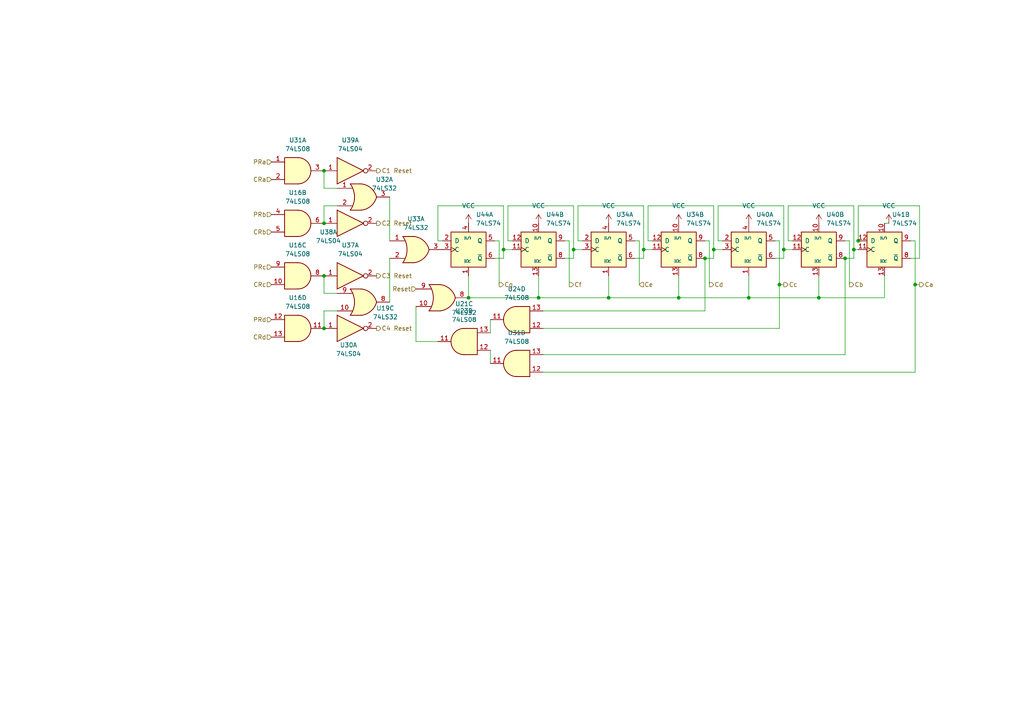
<source format=kicad_sch>
(kicad_sch
	(version 20250114)
	(generator "eeschema")
	(generator_version "9.0")
	(uuid "3f1dffd2-b857-4033-85dd-a594872ad6a9")
	(paper "A4")
	(lib_symbols
		(symbol "74xx:74LS04"
			(exclude_from_sim no)
			(in_bom yes)
			(on_board yes)
			(property "Reference" "U"
				(at 0 1.27 0)
				(effects
					(font
						(size 1.27 1.27)
					)
				)
			)
			(property "Value" "74LS04"
				(at 0 -1.27 0)
				(effects
					(font
						(size 1.27 1.27)
					)
				)
			)
			(property "Footprint" ""
				(at 0 0 0)
				(effects
					(font
						(size 1.27 1.27)
					)
					(hide yes)
				)
			)
			(property "Datasheet" "http://www.ti.com/lit/gpn/sn74LS04"
				(at 0 0 0)
				(effects
					(font
						(size 1.27 1.27)
					)
					(hide yes)
				)
			)
			(property "Description" "Hex Inverter"
				(at 0 0 0)
				(effects
					(font
						(size 1.27 1.27)
					)
					(hide yes)
				)
			)
			(property "ki_locked" ""
				(at 0 0 0)
				(effects
					(font
						(size 1.27 1.27)
					)
				)
			)
			(property "ki_keywords" "TTL not inv"
				(at 0 0 0)
				(effects
					(font
						(size 1.27 1.27)
					)
					(hide yes)
				)
			)
			(property "ki_fp_filters" "DIP*W7.62mm* SSOP?14* TSSOP?14*"
				(at 0 0 0)
				(effects
					(font
						(size 1.27 1.27)
					)
					(hide yes)
				)
			)
			(symbol "74LS04_1_0"
				(polyline
					(pts
						(xy -3.81 3.81) (xy -3.81 -3.81) (xy 3.81 0) (xy -3.81 3.81)
					)
					(stroke
						(width 0.254)
						(type default)
					)
					(fill
						(type background)
					)
				)
				(pin input line
					(at -7.62 0 0)
					(length 3.81)
					(name "~"
						(effects
							(font
								(size 1.27 1.27)
							)
						)
					)
					(number "1"
						(effects
							(font
								(size 1.27 1.27)
							)
						)
					)
				)
				(pin output inverted
					(at 7.62 0 180)
					(length 3.81)
					(name "~"
						(effects
							(font
								(size 1.27 1.27)
							)
						)
					)
					(number "2"
						(effects
							(font
								(size 1.27 1.27)
							)
						)
					)
				)
			)
			(symbol "74LS04_2_0"
				(polyline
					(pts
						(xy -3.81 3.81) (xy -3.81 -3.81) (xy 3.81 0) (xy -3.81 3.81)
					)
					(stroke
						(width 0.254)
						(type default)
					)
					(fill
						(type background)
					)
				)
				(pin input line
					(at -7.62 0 0)
					(length 3.81)
					(name "~"
						(effects
							(font
								(size 1.27 1.27)
							)
						)
					)
					(number "3"
						(effects
							(font
								(size 1.27 1.27)
							)
						)
					)
				)
				(pin output inverted
					(at 7.62 0 180)
					(length 3.81)
					(name "~"
						(effects
							(font
								(size 1.27 1.27)
							)
						)
					)
					(number "4"
						(effects
							(font
								(size 1.27 1.27)
							)
						)
					)
				)
			)
			(symbol "74LS04_3_0"
				(polyline
					(pts
						(xy -3.81 3.81) (xy -3.81 -3.81) (xy 3.81 0) (xy -3.81 3.81)
					)
					(stroke
						(width 0.254)
						(type default)
					)
					(fill
						(type background)
					)
				)
				(pin input line
					(at -7.62 0 0)
					(length 3.81)
					(name "~"
						(effects
							(font
								(size 1.27 1.27)
							)
						)
					)
					(number "5"
						(effects
							(font
								(size 1.27 1.27)
							)
						)
					)
				)
				(pin output inverted
					(at 7.62 0 180)
					(length 3.81)
					(name "~"
						(effects
							(font
								(size 1.27 1.27)
							)
						)
					)
					(number "6"
						(effects
							(font
								(size 1.27 1.27)
							)
						)
					)
				)
			)
			(symbol "74LS04_4_0"
				(polyline
					(pts
						(xy -3.81 3.81) (xy -3.81 -3.81) (xy 3.81 0) (xy -3.81 3.81)
					)
					(stroke
						(width 0.254)
						(type default)
					)
					(fill
						(type background)
					)
				)
				(pin input line
					(at -7.62 0 0)
					(length 3.81)
					(name "~"
						(effects
							(font
								(size 1.27 1.27)
							)
						)
					)
					(number "9"
						(effects
							(font
								(size 1.27 1.27)
							)
						)
					)
				)
				(pin output inverted
					(at 7.62 0 180)
					(length 3.81)
					(name "~"
						(effects
							(font
								(size 1.27 1.27)
							)
						)
					)
					(number "8"
						(effects
							(font
								(size 1.27 1.27)
							)
						)
					)
				)
			)
			(symbol "74LS04_5_0"
				(polyline
					(pts
						(xy -3.81 3.81) (xy -3.81 -3.81) (xy 3.81 0) (xy -3.81 3.81)
					)
					(stroke
						(width 0.254)
						(type default)
					)
					(fill
						(type background)
					)
				)
				(pin input line
					(at -7.62 0 0)
					(length 3.81)
					(name "~"
						(effects
							(font
								(size 1.27 1.27)
							)
						)
					)
					(number "11"
						(effects
							(font
								(size 1.27 1.27)
							)
						)
					)
				)
				(pin output inverted
					(at 7.62 0 180)
					(length 3.81)
					(name "~"
						(effects
							(font
								(size 1.27 1.27)
							)
						)
					)
					(number "10"
						(effects
							(font
								(size 1.27 1.27)
							)
						)
					)
				)
			)
			(symbol "74LS04_6_0"
				(polyline
					(pts
						(xy -3.81 3.81) (xy -3.81 -3.81) (xy 3.81 0) (xy -3.81 3.81)
					)
					(stroke
						(width 0.254)
						(type default)
					)
					(fill
						(type background)
					)
				)
				(pin input line
					(at -7.62 0 0)
					(length 3.81)
					(name "~"
						(effects
							(font
								(size 1.27 1.27)
							)
						)
					)
					(number "13"
						(effects
							(font
								(size 1.27 1.27)
							)
						)
					)
				)
				(pin output inverted
					(at 7.62 0 180)
					(length 3.81)
					(name "~"
						(effects
							(font
								(size 1.27 1.27)
							)
						)
					)
					(number "12"
						(effects
							(font
								(size 1.27 1.27)
							)
						)
					)
				)
			)
			(symbol "74LS04_7_0"
				(pin power_in line
					(at 0 12.7 270)
					(length 5.08)
					(name "VCC"
						(effects
							(font
								(size 1.27 1.27)
							)
						)
					)
					(number "14"
						(effects
							(font
								(size 1.27 1.27)
							)
						)
					)
				)
				(pin power_in line
					(at 0 -12.7 90)
					(length 5.08)
					(name "GND"
						(effects
							(font
								(size 1.27 1.27)
							)
						)
					)
					(number "7"
						(effects
							(font
								(size 1.27 1.27)
							)
						)
					)
				)
			)
			(symbol "74LS04_7_1"
				(rectangle
					(start -5.08 7.62)
					(end 5.08 -7.62)
					(stroke
						(width 0.254)
						(type default)
					)
					(fill
						(type background)
					)
				)
			)
			(embedded_fonts no)
		)
		(symbol "74xx:74LS08"
			(pin_names
				(offset 1.016)
			)
			(exclude_from_sim no)
			(in_bom yes)
			(on_board yes)
			(property "Reference" "U"
				(at 0 1.27 0)
				(effects
					(font
						(size 1.27 1.27)
					)
				)
			)
			(property "Value" "74LS08"
				(at 0 -1.27 0)
				(effects
					(font
						(size 1.27 1.27)
					)
				)
			)
			(property "Footprint" ""
				(at 0 0 0)
				(effects
					(font
						(size 1.27 1.27)
					)
					(hide yes)
				)
			)
			(property "Datasheet" "http://www.ti.com/lit/gpn/sn74LS08"
				(at 0 0 0)
				(effects
					(font
						(size 1.27 1.27)
					)
					(hide yes)
				)
			)
			(property "Description" "Quad And2"
				(at 0 0 0)
				(effects
					(font
						(size 1.27 1.27)
					)
					(hide yes)
				)
			)
			(property "ki_locked" ""
				(at 0 0 0)
				(effects
					(font
						(size 1.27 1.27)
					)
				)
			)
			(property "ki_keywords" "TTL and2"
				(at 0 0 0)
				(effects
					(font
						(size 1.27 1.27)
					)
					(hide yes)
				)
			)
			(property "ki_fp_filters" "DIP*W7.62mm*"
				(at 0 0 0)
				(effects
					(font
						(size 1.27 1.27)
					)
					(hide yes)
				)
			)
			(symbol "74LS08_1_1"
				(arc
					(start 0 3.81)
					(mid 3.7934 0)
					(end 0 -3.81)
					(stroke
						(width 0.254)
						(type default)
					)
					(fill
						(type background)
					)
				)
				(polyline
					(pts
						(xy 0 3.81) (xy -3.81 3.81) (xy -3.81 -3.81) (xy 0 -3.81)
					)
					(stroke
						(width 0.254)
						(type default)
					)
					(fill
						(type background)
					)
				)
				(pin input line
					(at -7.62 2.54 0)
					(length 3.81)
					(name "~"
						(effects
							(font
								(size 1.27 1.27)
							)
						)
					)
					(number "1"
						(effects
							(font
								(size 1.27 1.27)
							)
						)
					)
				)
				(pin input line
					(at -7.62 -2.54 0)
					(length 3.81)
					(name "~"
						(effects
							(font
								(size 1.27 1.27)
							)
						)
					)
					(number "2"
						(effects
							(font
								(size 1.27 1.27)
							)
						)
					)
				)
				(pin output line
					(at 7.62 0 180)
					(length 3.81)
					(name "~"
						(effects
							(font
								(size 1.27 1.27)
							)
						)
					)
					(number "3"
						(effects
							(font
								(size 1.27 1.27)
							)
						)
					)
				)
			)
			(symbol "74LS08_1_2"
				(arc
					(start -3.81 3.81)
					(mid -2.589 0)
					(end -3.81 -3.81)
					(stroke
						(width 0.254)
						(type default)
					)
					(fill
						(type none)
					)
				)
				(polyline
					(pts
						(xy -3.81 3.81) (xy -0.635 3.81)
					)
					(stroke
						(width 0.254)
						(type default)
					)
					(fill
						(type background)
					)
				)
				(polyline
					(pts
						(xy -3.81 -3.81) (xy -0.635 -3.81)
					)
					(stroke
						(width 0.254)
						(type default)
					)
					(fill
						(type background)
					)
				)
				(arc
					(start 3.81 0)
					(mid 2.1855 -2.584)
					(end -0.6096 -3.81)
					(stroke
						(width 0.254)
						(type default)
					)
					(fill
						(type background)
					)
				)
				(arc
					(start -0.6096 3.81)
					(mid 2.1928 2.5924)
					(end 3.81 0)
					(stroke
						(width 0.254)
						(type default)
					)
					(fill
						(type background)
					)
				)
				(polyline
					(pts
						(xy -0.635 3.81) (xy -3.81 3.81) (xy -3.81 3.81) (xy -3.556 3.4036) (xy -3.0226 2.2606) (xy -2.6924 1.0414)
						(xy -2.6162 -0.254) (xy -2.7686 -1.4986) (xy -3.175 -2.7178) (xy -3.81 -3.81) (xy -3.81 -3.81)
						(xy -0.635 -3.81)
					)
					(stroke
						(width -25.4)
						(type default)
					)
					(fill
						(type background)
					)
				)
				(pin input inverted
					(at -7.62 2.54 0)
					(length 4.318)
					(name "~"
						(effects
							(font
								(size 1.27 1.27)
							)
						)
					)
					(number "1"
						(effects
							(font
								(size 1.27 1.27)
							)
						)
					)
				)
				(pin input inverted
					(at -7.62 -2.54 0)
					(length 4.318)
					(name "~"
						(effects
							(font
								(size 1.27 1.27)
							)
						)
					)
					(number "2"
						(effects
							(font
								(size 1.27 1.27)
							)
						)
					)
				)
				(pin output inverted
					(at 7.62 0 180)
					(length 3.81)
					(name "~"
						(effects
							(font
								(size 1.27 1.27)
							)
						)
					)
					(number "3"
						(effects
							(font
								(size 1.27 1.27)
							)
						)
					)
				)
			)
			(symbol "74LS08_2_1"
				(arc
					(start 0 3.81)
					(mid 3.7934 0)
					(end 0 -3.81)
					(stroke
						(width 0.254)
						(type default)
					)
					(fill
						(type background)
					)
				)
				(polyline
					(pts
						(xy 0 3.81) (xy -3.81 3.81) (xy -3.81 -3.81) (xy 0 -3.81)
					)
					(stroke
						(width 0.254)
						(type default)
					)
					(fill
						(type background)
					)
				)
				(pin input line
					(at -7.62 2.54 0)
					(length 3.81)
					(name "~"
						(effects
							(font
								(size 1.27 1.27)
							)
						)
					)
					(number "4"
						(effects
							(font
								(size 1.27 1.27)
							)
						)
					)
				)
				(pin input line
					(at -7.62 -2.54 0)
					(length 3.81)
					(name "~"
						(effects
							(font
								(size 1.27 1.27)
							)
						)
					)
					(number "5"
						(effects
							(font
								(size 1.27 1.27)
							)
						)
					)
				)
				(pin output line
					(at 7.62 0 180)
					(length 3.81)
					(name "~"
						(effects
							(font
								(size 1.27 1.27)
							)
						)
					)
					(number "6"
						(effects
							(font
								(size 1.27 1.27)
							)
						)
					)
				)
			)
			(symbol "74LS08_2_2"
				(arc
					(start -3.81 3.81)
					(mid -2.589 0)
					(end -3.81 -3.81)
					(stroke
						(width 0.254)
						(type default)
					)
					(fill
						(type none)
					)
				)
				(polyline
					(pts
						(xy -3.81 3.81) (xy -0.635 3.81)
					)
					(stroke
						(width 0.254)
						(type default)
					)
					(fill
						(type background)
					)
				)
				(polyline
					(pts
						(xy -3.81 -3.81) (xy -0.635 -3.81)
					)
					(stroke
						(width 0.254)
						(type default)
					)
					(fill
						(type background)
					)
				)
				(arc
					(start 3.81 0)
					(mid 2.1855 -2.584)
					(end -0.6096 -3.81)
					(stroke
						(width 0.254)
						(type default)
					)
					(fill
						(type background)
					)
				)
				(arc
					(start -0.6096 3.81)
					(mid 2.1928 2.5924)
					(end 3.81 0)
					(stroke
						(width 0.254)
						(type default)
					)
					(fill
						(type background)
					)
				)
				(polyline
					(pts
						(xy -0.635 3.81) (xy -3.81 3.81) (xy -3.81 3.81) (xy -3.556 3.4036) (xy -3.0226 2.2606) (xy -2.6924 1.0414)
						(xy -2.6162 -0.254) (xy -2.7686 -1.4986) (xy -3.175 -2.7178) (xy -3.81 -3.81) (xy -3.81 -3.81)
						(xy -0.635 -3.81)
					)
					(stroke
						(width -25.4)
						(type default)
					)
					(fill
						(type background)
					)
				)
				(pin input inverted
					(at -7.62 2.54 0)
					(length 4.318)
					(name "~"
						(effects
							(font
								(size 1.27 1.27)
							)
						)
					)
					(number "4"
						(effects
							(font
								(size 1.27 1.27)
							)
						)
					)
				)
				(pin input inverted
					(at -7.62 -2.54 0)
					(length 4.318)
					(name "~"
						(effects
							(font
								(size 1.27 1.27)
							)
						)
					)
					(number "5"
						(effects
							(font
								(size 1.27 1.27)
							)
						)
					)
				)
				(pin output inverted
					(at 7.62 0 180)
					(length 3.81)
					(name "~"
						(effects
							(font
								(size 1.27 1.27)
							)
						)
					)
					(number "6"
						(effects
							(font
								(size 1.27 1.27)
							)
						)
					)
				)
			)
			(symbol "74LS08_3_1"
				(arc
					(start 0 3.81)
					(mid 3.7934 0)
					(end 0 -3.81)
					(stroke
						(width 0.254)
						(type default)
					)
					(fill
						(type background)
					)
				)
				(polyline
					(pts
						(xy 0 3.81) (xy -3.81 3.81) (xy -3.81 -3.81) (xy 0 -3.81)
					)
					(stroke
						(width 0.254)
						(type default)
					)
					(fill
						(type background)
					)
				)
				(pin input line
					(at -7.62 2.54 0)
					(length 3.81)
					(name "~"
						(effects
							(font
								(size 1.27 1.27)
							)
						)
					)
					(number "9"
						(effects
							(font
								(size 1.27 1.27)
							)
						)
					)
				)
				(pin input line
					(at -7.62 -2.54 0)
					(length 3.81)
					(name "~"
						(effects
							(font
								(size 1.27 1.27)
							)
						)
					)
					(number "10"
						(effects
							(font
								(size 1.27 1.27)
							)
						)
					)
				)
				(pin output line
					(at 7.62 0 180)
					(length 3.81)
					(name "~"
						(effects
							(font
								(size 1.27 1.27)
							)
						)
					)
					(number "8"
						(effects
							(font
								(size 1.27 1.27)
							)
						)
					)
				)
			)
			(symbol "74LS08_3_2"
				(arc
					(start -3.81 3.81)
					(mid -2.589 0)
					(end -3.81 -3.81)
					(stroke
						(width 0.254)
						(type default)
					)
					(fill
						(type none)
					)
				)
				(polyline
					(pts
						(xy -3.81 3.81) (xy -0.635 3.81)
					)
					(stroke
						(width 0.254)
						(type default)
					)
					(fill
						(type background)
					)
				)
				(polyline
					(pts
						(xy -3.81 -3.81) (xy -0.635 -3.81)
					)
					(stroke
						(width 0.254)
						(type default)
					)
					(fill
						(type background)
					)
				)
				(arc
					(start 3.81 0)
					(mid 2.1855 -2.584)
					(end -0.6096 -3.81)
					(stroke
						(width 0.254)
						(type default)
					)
					(fill
						(type background)
					)
				)
				(arc
					(start -0.6096 3.81)
					(mid 2.1928 2.5924)
					(end 3.81 0)
					(stroke
						(width 0.254)
						(type default)
					)
					(fill
						(type background)
					)
				)
				(polyline
					(pts
						(xy -0.635 3.81) (xy -3.81 3.81) (xy -3.81 3.81) (xy -3.556 3.4036) (xy -3.0226 2.2606) (xy -2.6924 1.0414)
						(xy -2.6162 -0.254) (xy -2.7686 -1.4986) (xy -3.175 -2.7178) (xy -3.81 -3.81) (xy -3.81 -3.81)
						(xy -0.635 -3.81)
					)
					(stroke
						(width -25.4)
						(type default)
					)
					(fill
						(type background)
					)
				)
				(pin input inverted
					(at -7.62 2.54 0)
					(length 4.318)
					(name "~"
						(effects
							(font
								(size 1.27 1.27)
							)
						)
					)
					(number "9"
						(effects
							(font
								(size 1.27 1.27)
							)
						)
					)
				)
				(pin input inverted
					(at -7.62 -2.54 0)
					(length 4.318)
					(name "~"
						(effects
							(font
								(size 1.27 1.27)
							)
						)
					)
					(number "10"
						(effects
							(font
								(size 1.27 1.27)
							)
						)
					)
				)
				(pin output inverted
					(at 7.62 0 180)
					(length 3.81)
					(name "~"
						(effects
							(font
								(size 1.27 1.27)
							)
						)
					)
					(number "8"
						(effects
							(font
								(size 1.27 1.27)
							)
						)
					)
				)
			)
			(symbol "74LS08_4_1"
				(arc
					(start 0 3.81)
					(mid 3.7934 0)
					(end 0 -3.81)
					(stroke
						(width 0.254)
						(type default)
					)
					(fill
						(type background)
					)
				)
				(polyline
					(pts
						(xy 0 3.81) (xy -3.81 3.81) (xy -3.81 -3.81) (xy 0 -3.81)
					)
					(stroke
						(width 0.254)
						(type default)
					)
					(fill
						(type background)
					)
				)
				(pin input line
					(at -7.62 2.54 0)
					(length 3.81)
					(name "~"
						(effects
							(font
								(size 1.27 1.27)
							)
						)
					)
					(number "12"
						(effects
							(font
								(size 1.27 1.27)
							)
						)
					)
				)
				(pin input line
					(at -7.62 -2.54 0)
					(length 3.81)
					(name "~"
						(effects
							(font
								(size 1.27 1.27)
							)
						)
					)
					(number "13"
						(effects
							(font
								(size 1.27 1.27)
							)
						)
					)
				)
				(pin output line
					(at 7.62 0 180)
					(length 3.81)
					(name "~"
						(effects
							(font
								(size 1.27 1.27)
							)
						)
					)
					(number "11"
						(effects
							(font
								(size 1.27 1.27)
							)
						)
					)
				)
			)
			(symbol "74LS08_4_2"
				(arc
					(start -3.81 3.81)
					(mid -2.589 0)
					(end -3.81 -3.81)
					(stroke
						(width 0.254)
						(type default)
					)
					(fill
						(type none)
					)
				)
				(polyline
					(pts
						(xy -3.81 3.81) (xy -0.635 3.81)
					)
					(stroke
						(width 0.254)
						(type default)
					)
					(fill
						(type background)
					)
				)
				(polyline
					(pts
						(xy -3.81 -3.81) (xy -0.635 -3.81)
					)
					(stroke
						(width 0.254)
						(type default)
					)
					(fill
						(type background)
					)
				)
				(arc
					(start 3.81 0)
					(mid 2.1855 -2.584)
					(end -0.6096 -3.81)
					(stroke
						(width 0.254)
						(type default)
					)
					(fill
						(type background)
					)
				)
				(arc
					(start -0.6096 3.81)
					(mid 2.1928 2.5924)
					(end 3.81 0)
					(stroke
						(width 0.254)
						(type default)
					)
					(fill
						(type background)
					)
				)
				(polyline
					(pts
						(xy -0.635 3.81) (xy -3.81 3.81) (xy -3.81 3.81) (xy -3.556 3.4036) (xy -3.0226 2.2606) (xy -2.6924 1.0414)
						(xy -2.6162 -0.254) (xy -2.7686 -1.4986) (xy -3.175 -2.7178) (xy -3.81 -3.81) (xy -3.81 -3.81)
						(xy -0.635 -3.81)
					)
					(stroke
						(width -25.4)
						(type default)
					)
					(fill
						(type background)
					)
				)
				(pin input inverted
					(at -7.62 2.54 0)
					(length 4.318)
					(name "~"
						(effects
							(font
								(size 1.27 1.27)
							)
						)
					)
					(number "12"
						(effects
							(font
								(size 1.27 1.27)
							)
						)
					)
				)
				(pin input inverted
					(at -7.62 -2.54 0)
					(length 4.318)
					(name "~"
						(effects
							(font
								(size 1.27 1.27)
							)
						)
					)
					(number "13"
						(effects
							(font
								(size 1.27 1.27)
							)
						)
					)
				)
				(pin output inverted
					(at 7.62 0 180)
					(length 3.81)
					(name "~"
						(effects
							(font
								(size 1.27 1.27)
							)
						)
					)
					(number "11"
						(effects
							(font
								(size 1.27 1.27)
							)
						)
					)
				)
			)
			(symbol "74LS08_5_0"
				(pin power_in line
					(at 0 12.7 270)
					(length 5.08)
					(name "VCC"
						(effects
							(font
								(size 1.27 1.27)
							)
						)
					)
					(number "14"
						(effects
							(font
								(size 1.27 1.27)
							)
						)
					)
				)
				(pin power_in line
					(at 0 -12.7 90)
					(length 5.08)
					(name "GND"
						(effects
							(font
								(size 1.27 1.27)
							)
						)
					)
					(number "7"
						(effects
							(font
								(size 1.27 1.27)
							)
						)
					)
				)
			)
			(symbol "74LS08_5_1"
				(rectangle
					(start -5.08 7.62)
					(end 5.08 -7.62)
					(stroke
						(width 0.254)
						(type default)
					)
					(fill
						(type background)
					)
				)
			)
			(embedded_fonts no)
		)
		(symbol "74xx:74LS32"
			(pin_names
				(offset 1.016)
			)
			(exclude_from_sim no)
			(in_bom yes)
			(on_board yes)
			(property "Reference" "U"
				(at 0 1.27 0)
				(effects
					(font
						(size 1.27 1.27)
					)
				)
			)
			(property "Value" "74LS32"
				(at 0 -1.27 0)
				(effects
					(font
						(size 1.27 1.27)
					)
				)
			)
			(property "Footprint" ""
				(at 0 0 0)
				(effects
					(font
						(size 1.27 1.27)
					)
					(hide yes)
				)
			)
			(property "Datasheet" "http://www.ti.com/lit/gpn/sn74LS32"
				(at 0 0 0)
				(effects
					(font
						(size 1.27 1.27)
					)
					(hide yes)
				)
			)
			(property "Description" "Quad 2-input OR"
				(at 0 0 0)
				(effects
					(font
						(size 1.27 1.27)
					)
					(hide yes)
				)
			)
			(property "ki_locked" ""
				(at 0 0 0)
				(effects
					(font
						(size 1.27 1.27)
					)
				)
			)
			(property "ki_keywords" "TTL Or2"
				(at 0 0 0)
				(effects
					(font
						(size 1.27 1.27)
					)
					(hide yes)
				)
			)
			(property "ki_fp_filters" "DIP?14*"
				(at 0 0 0)
				(effects
					(font
						(size 1.27 1.27)
					)
					(hide yes)
				)
			)
			(symbol "74LS32_1_1"
				(arc
					(start -3.81 3.81)
					(mid -2.589 0)
					(end -3.81 -3.81)
					(stroke
						(width 0.254)
						(type default)
					)
					(fill
						(type none)
					)
				)
				(polyline
					(pts
						(xy -3.81 3.81) (xy -0.635 3.81)
					)
					(stroke
						(width 0.254)
						(type default)
					)
					(fill
						(type background)
					)
				)
				(polyline
					(pts
						(xy -3.81 -3.81) (xy -0.635 -3.81)
					)
					(stroke
						(width 0.254)
						(type default)
					)
					(fill
						(type background)
					)
				)
				(arc
					(start 3.81 0)
					(mid 2.1855 -2.584)
					(end -0.6096 -3.81)
					(stroke
						(width 0.254)
						(type default)
					)
					(fill
						(type background)
					)
				)
				(arc
					(start -0.6096 3.81)
					(mid 2.1928 2.5924)
					(end 3.81 0)
					(stroke
						(width 0.254)
						(type default)
					)
					(fill
						(type background)
					)
				)
				(polyline
					(pts
						(xy -0.635 3.81) (xy -3.81 3.81) (xy -3.81 3.81) (xy -3.556 3.4036) (xy -3.0226 2.2606) (xy -2.6924 1.0414)
						(xy -2.6162 -0.254) (xy -2.7686 -1.4986) (xy -3.175 -2.7178) (xy -3.81 -3.81) (xy -3.81 -3.81)
						(xy -0.635 -3.81)
					)
					(stroke
						(width -25.4)
						(type default)
					)
					(fill
						(type background)
					)
				)
				(pin input line
					(at -7.62 2.54 0)
					(length 4.318)
					(name "~"
						(effects
							(font
								(size 1.27 1.27)
							)
						)
					)
					(number "1"
						(effects
							(font
								(size 1.27 1.27)
							)
						)
					)
				)
				(pin input line
					(at -7.62 -2.54 0)
					(length 4.318)
					(name "~"
						(effects
							(font
								(size 1.27 1.27)
							)
						)
					)
					(number "2"
						(effects
							(font
								(size 1.27 1.27)
							)
						)
					)
				)
				(pin output line
					(at 7.62 0 180)
					(length 3.81)
					(name "~"
						(effects
							(font
								(size 1.27 1.27)
							)
						)
					)
					(number "3"
						(effects
							(font
								(size 1.27 1.27)
							)
						)
					)
				)
			)
			(symbol "74LS32_1_2"
				(arc
					(start 0 3.81)
					(mid 3.7934 0)
					(end 0 -3.81)
					(stroke
						(width 0.254)
						(type default)
					)
					(fill
						(type background)
					)
				)
				(polyline
					(pts
						(xy 0 3.81) (xy -3.81 3.81) (xy -3.81 -3.81) (xy 0 -3.81)
					)
					(stroke
						(width 0.254)
						(type default)
					)
					(fill
						(type background)
					)
				)
				(pin input inverted
					(at -7.62 2.54 0)
					(length 3.81)
					(name "~"
						(effects
							(font
								(size 1.27 1.27)
							)
						)
					)
					(number "1"
						(effects
							(font
								(size 1.27 1.27)
							)
						)
					)
				)
				(pin input inverted
					(at -7.62 -2.54 0)
					(length 3.81)
					(name "~"
						(effects
							(font
								(size 1.27 1.27)
							)
						)
					)
					(number "2"
						(effects
							(font
								(size 1.27 1.27)
							)
						)
					)
				)
				(pin output inverted
					(at 7.62 0 180)
					(length 3.81)
					(name "~"
						(effects
							(font
								(size 1.27 1.27)
							)
						)
					)
					(number "3"
						(effects
							(font
								(size 1.27 1.27)
							)
						)
					)
				)
			)
			(symbol "74LS32_2_1"
				(arc
					(start -3.81 3.81)
					(mid -2.589 0)
					(end -3.81 -3.81)
					(stroke
						(width 0.254)
						(type default)
					)
					(fill
						(type none)
					)
				)
				(polyline
					(pts
						(xy -3.81 3.81) (xy -0.635 3.81)
					)
					(stroke
						(width 0.254)
						(type default)
					)
					(fill
						(type background)
					)
				)
				(polyline
					(pts
						(xy -3.81 -3.81) (xy -0.635 -3.81)
					)
					(stroke
						(width 0.254)
						(type default)
					)
					(fill
						(type background)
					)
				)
				(arc
					(start 3.81 0)
					(mid 2.1855 -2.584)
					(end -0.6096 -3.81)
					(stroke
						(width 0.254)
						(type default)
					)
					(fill
						(type background)
					)
				)
				(arc
					(start -0.6096 3.81)
					(mid 2.1928 2.5924)
					(end 3.81 0)
					(stroke
						(width 0.254)
						(type default)
					)
					(fill
						(type background)
					)
				)
				(polyline
					(pts
						(xy -0.635 3.81) (xy -3.81 3.81) (xy -3.81 3.81) (xy -3.556 3.4036) (xy -3.0226 2.2606) (xy -2.6924 1.0414)
						(xy -2.6162 -0.254) (xy -2.7686 -1.4986) (xy -3.175 -2.7178) (xy -3.81 -3.81) (xy -3.81 -3.81)
						(xy -0.635 -3.81)
					)
					(stroke
						(width -25.4)
						(type default)
					)
					(fill
						(type background)
					)
				)
				(pin input line
					(at -7.62 2.54 0)
					(length 4.318)
					(name "~"
						(effects
							(font
								(size 1.27 1.27)
							)
						)
					)
					(number "4"
						(effects
							(font
								(size 1.27 1.27)
							)
						)
					)
				)
				(pin input line
					(at -7.62 -2.54 0)
					(length 4.318)
					(name "~"
						(effects
							(font
								(size 1.27 1.27)
							)
						)
					)
					(number "5"
						(effects
							(font
								(size 1.27 1.27)
							)
						)
					)
				)
				(pin output line
					(at 7.62 0 180)
					(length 3.81)
					(name "~"
						(effects
							(font
								(size 1.27 1.27)
							)
						)
					)
					(number "6"
						(effects
							(font
								(size 1.27 1.27)
							)
						)
					)
				)
			)
			(symbol "74LS32_2_2"
				(arc
					(start 0 3.81)
					(mid 3.7934 0)
					(end 0 -3.81)
					(stroke
						(width 0.254)
						(type default)
					)
					(fill
						(type background)
					)
				)
				(polyline
					(pts
						(xy 0 3.81) (xy -3.81 3.81) (xy -3.81 -3.81) (xy 0 -3.81)
					)
					(stroke
						(width 0.254)
						(type default)
					)
					(fill
						(type background)
					)
				)
				(pin input inverted
					(at -7.62 2.54 0)
					(length 3.81)
					(name "~"
						(effects
							(font
								(size 1.27 1.27)
							)
						)
					)
					(number "4"
						(effects
							(font
								(size 1.27 1.27)
							)
						)
					)
				)
				(pin input inverted
					(at -7.62 -2.54 0)
					(length 3.81)
					(name "~"
						(effects
							(font
								(size 1.27 1.27)
							)
						)
					)
					(number "5"
						(effects
							(font
								(size 1.27 1.27)
							)
						)
					)
				)
				(pin output inverted
					(at 7.62 0 180)
					(length 3.81)
					(name "~"
						(effects
							(font
								(size 1.27 1.27)
							)
						)
					)
					(number "6"
						(effects
							(font
								(size 1.27 1.27)
							)
						)
					)
				)
			)
			(symbol "74LS32_3_1"
				(arc
					(start -3.81 3.81)
					(mid -2.589 0)
					(end -3.81 -3.81)
					(stroke
						(width 0.254)
						(type default)
					)
					(fill
						(type none)
					)
				)
				(polyline
					(pts
						(xy -3.81 3.81) (xy -0.635 3.81)
					)
					(stroke
						(width 0.254)
						(type default)
					)
					(fill
						(type background)
					)
				)
				(polyline
					(pts
						(xy -3.81 -3.81) (xy -0.635 -3.81)
					)
					(stroke
						(width 0.254)
						(type default)
					)
					(fill
						(type background)
					)
				)
				(arc
					(start 3.81 0)
					(mid 2.1855 -2.584)
					(end -0.6096 -3.81)
					(stroke
						(width 0.254)
						(type default)
					)
					(fill
						(type background)
					)
				)
				(arc
					(start -0.6096 3.81)
					(mid 2.1928 2.5924)
					(end 3.81 0)
					(stroke
						(width 0.254)
						(type default)
					)
					(fill
						(type background)
					)
				)
				(polyline
					(pts
						(xy -0.635 3.81) (xy -3.81 3.81) (xy -3.81 3.81) (xy -3.556 3.4036) (xy -3.0226 2.2606) (xy -2.6924 1.0414)
						(xy -2.6162 -0.254) (xy -2.7686 -1.4986) (xy -3.175 -2.7178) (xy -3.81 -3.81) (xy -3.81 -3.81)
						(xy -0.635 -3.81)
					)
					(stroke
						(width -25.4)
						(type default)
					)
					(fill
						(type background)
					)
				)
				(pin input line
					(at -7.62 2.54 0)
					(length 4.318)
					(name "~"
						(effects
							(font
								(size 1.27 1.27)
							)
						)
					)
					(number "9"
						(effects
							(font
								(size 1.27 1.27)
							)
						)
					)
				)
				(pin input line
					(at -7.62 -2.54 0)
					(length 4.318)
					(name "~"
						(effects
							(font
								(size 1.27 1.27)
							)
						)
					)
					(number "10"
						(effects
							(font
								(size 1.27 1.27)
							)
						)
					)
				)
				(pin output line
					(at 7.62 0 180)
					(length 3.81)
					(name "~"
						(effects
							(font
								(size 1.27 1.27)
							)
						)
					)
					(number "8"
						(effects
							(font
								(size 1.27 1.27)
							)
						)
					)
				)
			)
			(symbol "74LS32_3_2"
				(arc
					(start 0 3.81)
					(mid 3.7934 0)
					(end 0 -3.81)
					(stroke
						(width 0.254)
						(type default)
					)
					(fill
						(type background)
					)
				)
				(polyline
					(pts
						(xy 0 3.81) (xy -3.81 3.81) (xy -3.81 -3.81) (xy 0 -3.81)
					)
					(stroke
						(width 0.254)
						(type default)
					)
					(fill
						(type background)
					)
				)
				(pin input inverted
					(at -7.62 2.54 0)
					(length 3.81)
					(name "~"
						(effects
							(font
								(size 1.27 1.27)
							)
						)
					)
					(number "9"
						(effects
							(font
								(size 1.27 1.27)
							)
						)
					)
				)
				(pin input inverted
					(at -7.62 -2.54 0)
					(length 3.81)
					(name "~"
						(effects
							(font
								(size 1.27 1.27)
							)
						)
					)
					(number "10"
						(effects
							(font
								(size 1.27 1.27)
							)
						)
					)
				)
				(pin output inverted
					(at 7.62 0 180)
					(length 3.81)
					(name "~"
						(effects
							(font
								(size 1.27 1.27)
							)
						)
					)
					(number "8"
						(effects
							(font
								(size 1.27 1.27)
							)
						)
					)
				)
			)
			(symbol "74LS32_4_1"
				(arc
					(start -3.81 3.81)
					(mid -2.589 0)
					(end -3.81 -3.81)
					(stroke
						(width 0.254)
						(type default)
					)
					(fill
						(type none)
					)
				)
				(polyline
					(pts
						(xy -3.81 3.81) (xy -0.635 3.81)
					)
					(stroke
						(width 0.254)
						(type default)
					)
					(fill
						(type background)
					)
				)
				(polyline
					(pts
						(xy -3.81 -3.81) (xy -0.635 -3.81)
					)
					(stroke
						(width 0.254)
						(type default)
					)
					(fill
						(type background)
					)
				)
				(arc
					(start 3.81 0)
					(mid 2.1855 -2.584)
					(end -0.6096 -3.81)
					(stroke
						(width 0.254)
						(type default)
					)
					(fill
						(type background)
					)
				)
				(arc
					(start -0.6096 3.81)
					(mid 2.1928 2.5924)
					(end 3.81 0)
					(stroke
						(width 0.254)
						(type default)
					)
					(fill
						(type background)
					)
				)
				(polyline
					(pts
						(xy -0.635 3.81) (xy -3.81 3.81) (xy -3.81 3.81) (xy -3.556 3.4036) (xy -3.0226 2.2606) (xy -2.6924 1.0414)
						(xy -2.6162 -0.254) (xy -2.7686 -1.4986) (xy -3.175 -2.7178) (xy -3.81 -3.81) (xy -3.81 -3.81)
						(xy -0.635 -3.81)
					)
					(stroke
						(width -25.4)
						(type default)
					)
					(fill
						(type background)
					)
				)
				(pin input line
					(at -7.62 2.54 0)
					(length 4.318)
					(name "~"
						(effects
							(font
								(size 1.27 1.27)
							)
						)
					)
					(number "12"
						(effects
							(font
								(size 1.27 1.27)
							)
						)
					)
				)
				(pin input line
					(at -7.62 -2.54 0)
					(length 4.318)
					(name "~"
						(effects
							(font
								(size 1.27 1.27)
							)
						)
					)
					(number "13"
						(effects
							(font
								(size 1.27 1.27)
							)
						)
					)
				)
				(pin output line
					(at 7.62 0 180)
					(length 3.81)
					(name "~"
						(effects
							(font
								(size 1.27 1.27)
							)
						)
					)
					(number "11"
						(effects
							(font
								(size 1.27 1.27)
							)
						)
					)
				)
			)
			(symbol "74LS32_4_2"
				(arc
					(start 0 3.81)
					(mid 3.7934 0)
					(end 0 -3.81)
					(stroke
						(width 0.254)
						(type default)
					)
					(fill
						(type background)
					)
				)
				(polyline
					(pts
						(xy 0 3.81) (xy -3.81 3.81) (xy -3.81 -3.81) (xy 0 -3.81)
					)
					(stroke
						(width 0.254)
						(type default)
					)
					(fill
						(type background)
					)
				)
				(pin input inverted
					(at -7.62 2.54 0)
					(length 3.81)
					(name "~"
						(effects
							(font
								(size 1.27 1.27)
							)
						)
					)
					(number "12"
						(effects
							(font
								(size 1.27 1.27)
							)
						)
					)
				)
				(pin input inverted
					(at -7.62 -2.54 0)
					(length 3.81)
					(name "~"
						(effects
							(font
								(size 1.27 1.27)
							)
						)
					)
					(number "13"
						(effects
							(font
								(size 1.27 1.27)
							)
						)
					)
				)
				(pin output inverted
					(at 7.62 0 180)
					(length 3.81)
					(name "~"
						(effects
							(font
								(size 1.27 1.27)
							)
						)
					)
					(number "11"
						(effects
							(font
								(size 1.27 1.27)
							)
						)
					)
				)
			)
			(symbol "74LS32_5_0"
				(pin power_in line
					(at 0 12.7 270)
					(length 5.08)
					(name "VCC"
						(effects
							(font
								(size 1.27 1.27)
							)
						)
					)
					(number "14"
						(effects
							(font
								(size 1.27 1.27)
							)
						)
					)
				)
				(pin power_in line
					(at 0 -12.7 90)
					(length 5.08)
					(name "GND"
						(effects
							(font
								(size 1.27 1.27)
							)
						)
					)
					(number "7"
						(effects
							(font
								(size 1.27 1.27)
							)
						)
					)
				)
			)
			(symbol "74LS32_5_1"
				(rectangle
					(start -5.08 7.62)
					(end 5.08 -7.62)
					(stroke
						(width 0.254)
						(type default)
					)
					(fill
						(type background)
					)
				)
			)
			(embedded_fonts no)
		)
		(symbol "74xx:74LS74"
			(pin_names
				(offset 1.016)
			)
			(exclude_from_sim no)
			(in_bom yes)
			(on_board yes)
			(property "Reference" "U"
				(at -7.62 8.89 0)
				(effects
					(font
						(size 1.27 1.27)
					)
				)
			)
			(property "Value" "74LS74"
				(at -7.62 -8.89 0)
				(effects
					(font
						(size 1.27 1.27)
					)
				)
			)
			(property "Footprint" ""
				(at 0 0 0)
				(effects
					(font
						(size 1.27 1.27)
					)
					(hide yes)
				)
			)
			(property "Datasheet" "74xx/74hc_hct74.pdf"
				(at 0 0 0)
				(effects
					(font
						(size 1.27 1.27)
					)
					(hide yes)
				)
			)
			(property "Description" "Dual D Flip-flop, Set & Reset"
				(at 0 0 0)
				(effects
					(font
						(size 1.27 1.27)
					)
					(hide yes)
				)
			)
			(property "ki_locked" ""
				(at 0 0 0)
				(effects
					(font
						(size 1.27 1.27)
					)
				)
			)
			(property "ki_keywords" "TTL DFF"
				(at 0 0 0)
				(effects
					(font
						(size 1.27 1.27)
					)
					(hide yes)
				)
			)
			(property "ki_fp_filters" "DIP*W7.62mm*"
				(at 0 0 0)
				(effects
					(font
						(size 1.27 1.27)
					)
					(hide yes)
				)
			)
			(symbol "74LS74_1_0"
				(pin input line
					(at -7.62 2.54 0)
					(length 2.54)
					(name "D"
						(effects
							(font
								(size 1.27 1.27)
							)
						)
					)
					(number "2"
						(effects
							(font
								(size 1.27 1.27)
							)
						)
					)
				)
				(pin input clock
					(at -7.62 0 0)
					(length 2.54)
					(name "C"
						(effects
							(font
								(size 1.27 1.27)
							)
						)
					)
					(number "3"
						(effects
							(font
								(size 1.27 1.27)
							)
						)
					)
				)
				(pin input line
					(at 0 7.62 270)
					(length 2.54)
					(name "~{S}"
						(effects
							(font
								(size 1.27 1.27)
							)
						)
					)
					(number "4"
						(effects
							(font
								(size 1.27 1.27)
							)
						)
					)
				)
				(pin input line
					(at 0 -7.62 90)
					(length 2.54)
					(name "~{R}"
						(effects
							(font
								(size 1.27 1.27)
							)
						)
					)
					(number "1"
						(effects
							(font
								(size 1.27 1.27)
							)
						)
					)
				)
				(pin output line
					(at 7.62 2.54 180)
					(length 2.54)
					(name "Q"
						(effects
							(font
								(size 1.27 1.27)
							)
						)
					)
					(number "5"
						(effects
							(font
								(size 1.27 1.27)
							)
						)
					)
				)
				(pin output line
					(at 7.62 -2.54 180)
					(length 2.54)
					(name "~{Q}"
						(effects
							(font
								(size 1.27 1.27)
							)
						)
					)
					(number "6"
						(effects
							(font
								(size 1.27 1.27)
							)
						)
					)
				)
			)
			(symbol "74LS74_1_1"
				(rectangle
					(start -5.08 5.08)
					(end 5.08 -5.08)
					(stroke
						(width 0.254)
						(type default)
					)
					(fill
						(type background)
					)
				)
			)
			(symbol "74LS74_2_0"
				(pin input line
					(at -7.62 2.54 0)
					(length 2.54)
					(name "D"
						(effects
							(font
								(size 1.27 1.27)
							)
						)
					)
					(number "12"
						(effects
							(font
								(size 1.27 1.27)
							)
						)
					)
				)
				(pin input clock
					(at -7.62 0 0)
					(length 2.54)
					(name "C"
						(effects
							(font
								(size 1.27 1.27)
							)
						)
					)
					(number "11"
						(effects
							(font
								(size 1.27 1.27)
							)
						)
					)
				)
				(pin input line
					(at 0 7.62 270)
					(length 2.54)
					(name "~{S}"
						(effects
							(font
								(size 1.27 1.27)
							)
						)
					)
					(number "10"
						(effects
							(font
								(size 1.27 1.27)
							)
						)
					)
				)
				(pin input line
					(at 0 -7.62 90)
					(length 2.54)
					(name "~{R}"
						(effects
							(font
								(size 1.27 1.27)
							)
						)
					)
					(number "13"
						(effects
							(font
								(size 1.27 1.27)
							)
						)
					)
				)
				(pin output line
					(at 7.62 2.54 180)
					(length 2.54)
					(name "Q"
						(effects
							(font
								(size 1.27 1.27)
							)
						)
					)
					(number "9"
						(effects
							(font
								(size 1.27 1.27)
							)
						)
					)
				)
				(pin output line
					(at 7.62 -2.54 180)
					(length 2.54)
					(name "~{Q}"
						(effects
							(font
								(size 1.27 1.27)
							)
						)
					)
					(number "8"
						(effects
							(font
								(size 1.27 1.27)
							)
						)
					)
				)
			)
			(symbol "74LS74_2_1"
				(rectangle
					(start -5.08 5.08)
					(end 5.08 -5.08)
					(stroke
						(width 0.254)
						(type default)
					)
					(fill
						(type background)
					)
				)
			)
			(symbol "74LS74_3_0"
				(pin power_in line
					(at 0 10.16 270)
					(length 2.54)
					(name "VCC"
						(effects
							(font
								(size 1.27 1.27)
							)
						)
					)
					(number "14"
						(effects
							(font
								(size 1.27 1.27)
							)
						)
					)
				)
				(pin power_in line
					(at 0 -10.16 90)
					(length 2.54)
					(name "GND"
						(effects
							(font
								(size 1.27 1.27)
							)
						)
					)
					(number "7"
						(effects
							(font
								(size 1.27 1.27)
							)
						)
					)
				)
			)
			(symbol "74LS74_3_1"
				(rectangle
					(start -5.08 7.62)
					(end 5.08 -7.62)
					(stroke
						(width 0.254)
						(type default)
					)
					(fill
						(type background)
					)
				)
			)
			(embedded_fonts no)
		)
		(symbol "power:VCC"
			(power)
			(pin_numbers
				(hide yes)
			)
			(pin_names
				(offset 0)
				(hide yes)
			)
			(exclude_from_sim no)
			(in_bom yes)
			(on_board yes)
			(property "Reference" "#PWR"
				(at 0 -3.81 0)
				(effects
					(font
						(size 1.27 1.27)
					)
					(hide yes)
				)
			)
			(property "Value" "VCC"
				(at 0 3.556 0)
				(effects
					(font
						(size 1.27 1.27)
					)
				)
			)
			(property "Footprint" ""
				(at 0 0 0)
				(effects
					(font
						(size 1.27 1.27)
					)
					(hide yes)
				)
			)
			(property "Datasheet" ""
				(at 0 0 0)
				(effects
					(font
						(size 1.27 1.27)
					)
					(hide yes)
				)
			)
			(property "Description" "Power symbol creates a global label with name \"VCC\""
				(at 0 0 0)
				(effects
					(font
						(size 1.27 1.27)
					)
					(hide yes)
				)
			)
			(property "ki_keywords" "global power"
				(at 0 0 0)
				(effects
					(font
						(size 1.27 1.27)
					)
					(hide yes)
				)
			)
			(symbol "VCC_0_1"
				(polyline
					(pts
						(xy -0.762 1.27) (xy 0 2.54)
					)
					(stroke
						(width 0)
						(type default)
					)
					(fill
						(type none)
					)
				)
				(polyline
					(pts
						(xy 0 2.54) (xy 0.762 1.27)
					)
					(stroke
						(width 0)
						(type default)
					)
					(fill
						(type none)
					)
				)
				(polyline
					(pts
						(xy 0 0) (xy 0 2.54)
					)
					(stroke
						(width 0)
						(type default)
					)
					(fill
						(type none)
					)
				)
			)
			(symbol "VCC_1_1"
				(pin power_in line
					(at 0 0 90)
					(length 0)
					(name "~"
						(effects
							(font
								(size 1.27 1.27)
							)
						)
					)
					(number "1"
						(effects
							(font
								(size 1.27 1.27)
							)
						)
					)
				)
			)
			(embedded_fonts no)
		)
	)
	(junction
		(at 146.05 72.39)
		(diameter 0)
		(color 0 0 0 0)
		(uuid "121ddf07-c87a-49ea-8142-cce1a26178ba")
	)
	(junction
		(at 176.53 86.36)
		(diameter 0)
		(color 0 0 0 0)
		(uuid "13ef795d-3778-4734-9c12-c906d21ea412")
	)
	(junction
		(at 156.21 86.36)
		(diameter 0)
		(color 0 0 0 0)
		(uuid "1afa300c-5fc5-4c6a-80a1-9e03085c8aa0")
	)
	(junction
		(at 226.06 82.55)
		(diameter 0)
		(color 0 0 0 0)
		(uuid "27edef33-041a-4a6f-9cbd-b93a9b3aec3b")
	)
	(junction
		(at 93.98 64.77)
		(diameter 0)
		(color 0 0 0 0)
		(uuid "2ab09ef1-2f36-4c7c-acc8-98d9acc54b28")
	)
	(junction
		(at 227.33 72.39)
		(diameter 0)
		(color 0 0 0 0)
		(uuid "2bf68cdc-86d7-4c53-ba62-c86313e1412e")
	)
	(junction
		(at 93.98 49.53)
		(diameter 0)
		(color 0 0 0 0)
		(uuid "3c15f8c7-6109-4e15-b528-c640f62cc8dd")
	)
	(junction
		(at 186.69 72.39)
		(diameter 0)
		(color 0 0 0 0)
		(uuid "44d7df1c-9579-4db1-9fa2-3bd4c4508b1d")
	)
	(junction
		(at 207.01 72.39)
		(diameter 0)
		(color 0 0 0 0)
		(uuid "500f8065-df79-463e-bd6e-3edf74d09c27")
	)
	(junction
		(at 204.47 74.93)
		(diameter 0)
		(color 0 0 0 0)
		(uuid "6244d34b-857a-45c1-b930-012d4d25966e")
	)
	(junction
		(at 93.98 95.25)
		(diameter 0)
		(color 0 0 0 0)
		(uuid "784fec67-24bc-4cb0-8cc7-ec4bc994dd2e")
	)
	(junction
		(at 265.43 82.55)
		(diameter 0)
		(color 0 0 0 0)
		(uuid "a066b0d5-5beb-49ad-a6d9-93d95843242d")
	)
	(junction
		(at 248.92 69.85)
		(diameter 0)
		(color 0 0 0 0)
		(uuid "a12ad441-1a6e-4a33-ac5a-00b7b528ccc8")
	)
	(junction
		(at 247.65 72.39)
		(diameter 0)
		(color 0 0 0 0)
		(uuid "a91dbf6f-18c4-46cd-99d8-e31e9557a7b8")
	)
	(junction
		(at 166.37 72.39)
		(diameter 0)
		(color 0 0 0 0)
		(uuid "bc285a68-35e5-4fa3-91aa-db9f11bf1ae7")
	)
	(junction
		(at 196.85 86.36)
		(diameter 0)
		(color 0 0 0 0)
		(uuid "edaeffe0-afe6-4704-9b0f-f21dca20af48")
	)
	(junction
		(at 245.11 74.93)
		(diameter 0)
		(color 0 0 0 0)
		(uuid "f8fd22a5-81c4-4822-b0d3-3ab308501d19")
	)
	(junction
		(at 135.89 86.36)
		(diameter 0)
		(color 0 0 0 0)
		(uuid "fa203ac8-e0ed-49b8-a631-80bbc19ae13b")
	)
	(junction
		(at 237.49 86.36)
		(diameter 0)
		(color 0 0 0 0)
		(uuid "fb7e53b0-a9db-4072-947c-0a9930ce782f")
	)
	(junction
		(at 93.98 80.01)
		(diameter 0)
		(color 0 0 0 0)
		(uuid "fd18fcb3-59cd-40fc-96de-53ec41a170db")
	)
	(junction
		(at 217.17 86.36)
		(diameter 0)
		(color 0 0 0 0)
		(uuid "feb70c68-b67f-4eca-9be3-1d8554c1686c")
	)
	(wire
		(pts
			(xy 148.59 69.85) (xy 147.32 69.85)
		)
		(stroke
			(width 0)
			(type default)
		)
		(uuid "057de24b-75d1-4942-96eb-69fcb9ab3941")
	)
	(wire
		(pts
			(xy 156.21 86.36) (xy 176.53 86.36)
		)
		(stroke
			(width 0)
			(type default)
		)
		(uuid "09b27fad-0bae-46ad-81f3-3c6cbe9fc7e6")
	)
	(wire
		(pts
			(xy 204.47 74.93) (xy 207.01 74.93)
		)
		(stroke
			(width 0)
			(type default)
		)
		(uuid "0a8ec5e4-e125-422d-bcaa-0b51284ba687")
	)
	(wire
		(pts
			(xy 187.96 69.85) (xy 189.23 69.85)
		)
		(stroke
			(width 0)
			(type default)
		)
		(uuid "0db916ee-3ce8-4c7e-824d-aab92eade566")
	)
	(wire
		(pts
			(xy 265.43 82.55) (xy 265.43 107.95)
		)
		(stroke
			(width 0)
			(type default)
		)
		(uuid "1ad4d09c-8c1b-4dc4-a977-2a75e65159ce")
	)
	(wire
		(pts
			(xy 184.15 69.85) (xy 185.42 69.85)
		)
		(stroke
			(width 0)
			(type default)
		)
		(uuid "20db9ded-5a86-4ead-b09c-e83b5e8750fe")
	)
	(wire
		(pts
			(xy 127 59.69) (xy 127 69.85)
		)
		(stroke
			(width 0)
			(type default)
		)
		(uuid "20e69fa9-1d2d-432d-a414-3cb23da06922")
	)
	(wire
		(pts
			(xy 185.42 69.85) (xy 185.42 82.55)
		)
		(stroke
			(width 0)
			(type default)
		)
		(uuid "2302cff8-96a5-4ccd-b375-2061aaabe758")
	)
	(wire
		(pts
			(xy 257.81 64.77) (xy 256.54 64.77)
		)
		(stroke
			(width 0)
			(type default)
		)
		(uuid "252c43b9-0092-4f81-87d5-da7115ac0933")
	)
	(wire
		(pts
			(xy 184.15 74.93) (xy 186.69 74.93)
		)
		(stroke
			(width 0)
			(type default)
		)
		(uuid "2b7a03b6-8184-4931-9c57-a93fd3330b36")
	)
	(wire
		(pts
			(xy 146.05 72.39) (xy 146.05 59.69)
		)
		(stroke
			(width 0)
			(type default)
		)
		(uuid "31b2107f-6894-401a-933b-2100e15fa555")
	)
	(wire
		(pts
			(xy 93.98 85.09) (xy 97.79 85.09)
		)
		(stroke
			(width 0)
			(type default)
		)
		(uuid "378ee348-5d5c-45e5-ac87-0bb014fbbfb9")
	)
	(wire
		(pts
			(xy 247.65 72.39) (xy 248.92 72.39)
		)
		(stroke
			(width 0)
			(type default)
		)
		(uuid "3ac1d180-c659-4856-bd7b-4251dba86d1e")
	)
	(wire
		(pts
			(xy 93.98 90.17) (xy 97.79 90.17)
		)
		(stroke
			(width 0)
			(type default)
		)
		(uuid "4376bb4b-a8c1-4dd4-9a9f-a64ddfb5b8ab")
	)
	(wire
		(pts
			(xy 217.17 80.01) (xy 217.17 86.36)
		)
		(stroke
			(width 0)
			(type default)
		)
		(uuid "45e40c1b-4ca8-4fbe-94de-5639c0913987")
	)
	(wire
		(pts
			(xy 186.69 74.93) (xy 186.69 72.39)
		)
		(stroke
			(width 0)
			(type default)
		)
		(uuid "4a1c6456-e0f3-4fad-bcdf-716409bed24b")
	)
	(wire
		(pts
			(xy 207.01 74.93) (xy 207.01 72.39)
		)
		(stroke
			(width 0)
			(type default)
		)
		(uuid "4b7f8d4e-6ce8-485b-8c10-b75437eb05bb")
	)
	(wire
		(pts
			(xy 147.32 69.85) (xy 147.32 59.69)
		)
		(stroke
			(width 0)
			(type default)
		)
		(uuid "4d7360bc-754d-45f2-b40b-a4e176583fab")
	)
	(wire
		(pts
			(xy 166.37 72.39) (xy 168.91 72.39)
		)
		(stroke
			(width 0)
			(type default)
		)
		(uuid "4e0bfbc2-f630-4e41-9218-35082cb97646")
	)
	(wire
		(pts
			(xy 224.79 74.93) (xy 227.33 74.93)
		)
		(stroke
			(width 0)
			(type default)
		)
		(uuid "4f815285-d964-495c-90a0-4a0d7522b132")
	)
	(wire
		(pts
			(xy 163.83 69.85) (xy 165.1 69.85)
		)
		(stroke
			(width 0)
			(type default)
		)
		(uuid "4fa116ba-eb8d-4b19-83c1-2065f0a85c02")
	)
	(wire
		(pts
			(xy 135.89 86.36) (xy 156.21 86.36)
		)
		(stroke
			(width 0)
			(type default)
		)
		(uuid "50f4905a-3d1e-46bd-99ca-9d63b3fd194c")
	)
	(wire
		(pts
			(xy 113.03 57.15) (xy 113.03 69.85)
		)
		(stroke
			(width 0)
			(type default)
		)
		(uuid "5403c3fc-d1d2-48f9-a76d-9cf4ab60dce9")
	)
	(wire
		(pts
			(xy 166.37 74.93) (xy 163.83 74.93)
		)
		(stroke
			(width 0)
			(type default)
		)
		(uuid "54bb441c-34ba-4254-a06b-302cbcc0ad08")
	)
	(wire
		(pts
			(xy 205.74 69.85) (xy 205.74 82.55)
		)
		(stroke
			(width 0)
			(type default)
		)
		(uuid "58c4bbce-9427-4f28-b569-3145a5d9f925")
	)
	(wire
		(pts
			(xy 204.47 90.17) (xy 204.47 74.93)
		)
		(stroke
			(width 0)
			(type default)
		)
		(uuid "5a65ec18-c7ed-427f-ac2f-2d98dd801efd")
	)
	(wire
		(pts
			(xy 93.98 59.69) (xy 93.98 64.77)
		)
		(stroke
			(width 0)
			(type default)
		)
		(uuid "5aaac71f-e1e5-49e4-989c-3bbfcef3aea7")
	)
	(wire
		(pts
			(xy 248.92 69.85) (xy 250.19 69.85)
		)
		(stroke
			(width 0)
			(type default)
		)
		(uuid "6145ddc3-828f-41e7-924b-ae7587c24c17")
	)
	(wire
		(pts
			(xy 226.06 95.25) (xy 157.48 95.25)
		)
		(stroke
			(width 0)
			(type default)
		)
		(uuid "67fb8308-293f-424e-86ad-38d82ca3fdaa")
	)
	(wire
		(pts
			(xy 208.28 59.69) (xy 208.28 69.85)
		)
		(stroke
			(width 0)
			(type default)
		)
		(uuid "6d8c5ab5-4283-4202-acda-42fbe4f08d79")
	)
	(wire
		(pts
			(xy 224.79 69.85) (xy 226.06 69.85)
		)
		(stroke
			(width 0)
			(type default)
		)
		(uuid "7321ee57-1fd3-4462-9c02-cbe78d7c8fc3")
	)
	(wire
		(pts
			(xy 167.64 69.85) (xy 168.91 69.85)
		)
		(stroke
			(width 0)
			(type default)
		)
		(uuid "73659d02-4775-4c2e-b5b6-3ab231db658e")
	)
	(wire
		(pts
			(xy 144.78 69.85) (xy 144.78 82.55)
		)
		(stroke
			(width 0)
			(type default)
		)
		(uuid "78f22b33-9141-49b4-b05a-a7dd05aa01bc")
	)
	(wire
		(pts
			(xy 176.53 80.01) (xy 176.53 86.36)
		)
		(stroke
			(width 0)
			(type default)
		)
		(uuid "79eee954-5576-4ec5-bf8b-761ce2a3b605")
	)
	(wire
		(pts
			(xy 93.98 49.53) (xy 93.98 54.61)
		)
		(stroke
			(width 0)
			(type default)
		)
		(uuid "79f3f899-da16-4061-a762-62d90dc64b3d")
	)
	(wire
		(pts
			(xy 127 99.06) (xy 120.65 99.06)
		)
		(stroke
			(width 0)
			(type default)
		)
		(uuid "7a294e47-c554-4717-9b50-9119f84e52c3")
	)
	(wire
		(pts
			(xy 146.05 72.39) (xy 148.59 72.39)
		)
		(stroke
			(width 0)
			(type default)
		)
		(uuid "7b371e37-baf4-479c-b99d-d3b02e0add84")
	)
	(wire
		(pts
			(xy 120.65 99.06) (xy 120.65 88.9)
		)
		(stroke
			(width 0)
			(type default)
		)
		(uuid "7b4435a4-edb7-4fb6-989c-57dbed0befd0")
	)
	(wire
		(pts
			(xy 146.05 74.93) (xy 146.05 72.39)
		)
		(stroke
			(width 0)
			(type default)
		)
		(uuid "80232364-6b50-4e50-8387-037b16ae30ba")
	)
	(wire
		(pts
			(xy 227.33 82.55) (xy 226.06 82.55)
		)
		(stroke
			(width 0)
			(type default)
		)
		(uuid "8195a4ce-a5e2-4a77-b511-1bed37999dd8")
	)
	(wire
		(pts
			(xy 265.43 69.85) (xy 265.43 82.55)
		)
		(stroke
			(width 0)
			(type default)
		)
		(uuid "858bbaeb-f81b-428d-93db-f34211ab7da7")
	)
	(wire
		(pts
			(xy 207.01 72.39) (xy 207.01 59.69)
		)
		(stroke
			(width 0)
			(type default)
		)
		(uuid "87584710-26f6-414c-b374-00114d407a74")
	)
	(wire
		(pts
			(xy 93.98 54.61) (xy 97.79 54.61)
		)
		(stroke
			(width 0)
			(type default)
		)
		(uuid "8779ad9a-797e-40dc-85e0-bcda61044340")
	)
	(wire
		(pts
			(xy 186.69 59.69) (xy 167.64 59.69)
		)
		(stroke
			(width 0)
			(type default)
		)
		(uuid "8982ebf9-6e84-4ddb-a1df-6147d17a870a")
	)
	(wire
		(pts
			(xy 228.6 59.69) (xy 228.6 69.85)
		)
		(stroke
			(width 0)
			(type default)
		)
		(uuid "8ea8c2bb-09e6-49d7-8458-f496f18182b8")
	)
	(wire
		(pts
			(xy 93.98 80.01) (xy 93.98 85.09)
		)
		(stroke
			(width 0)
			(type default)
		)
		(uuid "8fdefdd1-cd28-4953-9433-10b5ffb6e79e")
	)
	(wire
		(pts
			(xy 113.03 74.93) (xy 113.03 87.63)
		)
		(stroke
			(width 0)
			(type default)
		)
		(uuid "95132cda-6496-430d-9150-66f5d16da600")
	)
	(wire
		(pts
			(xy 237.49 86.36) (xy 256.54 86.36)
		)
		(stroke
			(width 0)
			(type default)
		)
		(uuid "968f2754-6a43-4da1-9777-4f392c0844f9")
	)
	(wire
		(pts
			(xy 264.16 69.85) (xy 265.43 69.85)
		)
		(stroke
			(width 0)
			(type default)
		)
		(uuid "9904ce2e-c4a9-44c8-a9fa-3c0bbf700695")
	)
	(wire
		(pts
			(xy 196.85 86.36) (xy 217.17 86.36)
		)
		(stroke
			(width 0)
			(type default)
		)
		(uuid "9cf570b4-f7bb-40c6-b6c7-abdb5d8bd58b")
	)
	(wire
		(pts
			(xy 247.65 59.69) (xy 228.6 59.69)
		)
		(stroke
			(width 0)
			(type default)
		)
		(uuid "9f05b2db-36c9-440f-88ee-01b5ac83b2bb")
	)
	(wire
		(pts
			(xy 228.6 69.85) (xy 229.87 69.85)
		)
		(stroke
			(width 0)
			(type default)
		)
		(uuid "a6cbcea7-b4c2-4635-880c-7e6fa79355ef")
	)
	(wire
		(pts
			(xy 227.33 59.69) (xy 208.28 59.69)
		)
		(stroke
			(width 0)
			(type default)
		)
		(uuid "a84f9c84-8b65-481a-be62-9cb2095e5316")
	)
	(wire
		(pts
			(xy 265.43 107.95) (xy 157.48 107.95)
		)
		(stroke
			(width 0)
			(type default)
		)
		(uuid "a8900d2a-c3a1-4474-af45-c852d84ff33f")
	)
	(wire
		(pts
			(xy 226.06 69.85) (xy 226.06 82.55)
		)
		(stroke
			(width 0)
			(type default)
		)
		(uuid "a936ecdf-9055-4955-835e-6aa39a48f6bf")
	)
	(wire
		(pts
			(xy 142.24 92.71) (xy 142.24 96.52)
		)
		(stroke
			(width 0)
			(type default)
		)
		(uuid "aba5658a-fbd0-49bc-8f27-919b96e40a25")
	)
	(wire
		(pts
			(xy 165.1 69.85) (xy 165.1 82.55)
		)
		(stroke
			(width 0)
			(type default)
		)
		(uuid "acdd9045-5259-4163-bc2a-be5d1f1d336f")
	)
	(wire
		(pts
			(xy 176.53 86.36) (xy 196.85 86.36)
		)
		(stroke
			(width 0)
			(type default)
		)
		(uuid "b7206d12-3a13-4444-8b35-7923dae10106")
	)
	(wire
		(pts
			(xy 167.64 59.69) (xy 167.64 69.85)
		)
		(stroke
			(width 0)
			(type default)
		)
		(uuid "b7c604c0-5ffa-428b-a0d4-f72d73c932c1")
	)
	(wire
		(pts
			(xy 227.33 72.39) (xy 229.87 72.39)
		)
		(stroke
			(width 0)
			(type default)
		)
		(uuid "b9ddef07-d490-41a9-9004-9116616cb4a9")
	)
	(wire
		(pts
			(xy 237.49 80.01) (xy 237.49 86.36)
		)
		(stroke
			(width 0)
			(type default)
		)
		(uuid "bad460d2-353f-4bfe-9a50-465674ce7820")
	)
	(wire
		(pts
			(xy 266.7 74.93) (xy 266.7 59.69)
		)
		(stroke
			(width 0)
			(type default)
		)
		(uuid "bd291c94-a6f9-4378-a7c2-d39d4e3f3d1d")
	)
	(wire
		(pts
			(xy 256.54 86.36) (xy 256.54 80.01)
		)
		(stroke
			(width 0)
			(type default)
		)
		(uuid "be2d52d5-5fd2-4b2c-943c-ede4f0557ad3")
	)
	(wire
		(pts
			(xy 207.01 72.39) (xy 209.55 72.39)
		)
		(stroke
			(width 0)
			(type default)
		)
		(uuid "c19ac794-52e3-48a2-9d3e-f2473c53d7da")
	)
	(wire
		(pts
			(xy 247.65 74.93) (xy 247.65 72.39)
		)
		(stroke
			(width 0)
			(type default)
		)
		(uuid "c213b852-f0ca-423b-9702-d9d4b6c2a73d")
	)
	(wire
		(pts
			(xy 246.38 69.85) (xy 246.38 82.55)
		)
		(stroke
			(width 0)
			(type default)
		)
		(uuid "c35e2d8f-f936-466c-925f-e0abf8e4a4fd")
	)
	(wire
		(pts
			(xy 186.69 72.39) (xy 186.69 59.69)
		)
		(stroke
			(width 0)
			(type default)
		)
		(uuid "c4d11615-eb08-48df-a2b7-c0e123f827bd")
	)
	(wire
		(pts
			(xy 135.89 80.01) (xy 135.89 86.36)
		)
		(stroke
			(width 0)
			(type default)
		)
		(uuid "c64a226e-c8de-48d1-8575-16e92302e88d")
	)
	(wire
		(pts
			(xy 208.28 69.85) (xy 209.55 69.85)
		)
		(stroke
			(width 0)
			(type default)
		)
		(uuid "c71c60bf-1858-40da-9428-13ef906fce78")
	)
	(wire
		(pts
			(xy 207.01 59.69) (xy 187.96 59.69)
		)
		(stroke
			(width 0)
			(type default)
		)
		(uuid "c8e35c44-34db-4d2a-a57e-cbf6efbafbb3")
	)
	(wire
		(pts
			(xy 266.7 59.69) (xy 248.92 59.69)
		)
		(stroke
			(width 0)
			(type default)
		)
		(uuid "cc57f07b-4e80-4887-9cd6-81697b25a65f")
	)
	(wire
		(pts
			(xy 127 69.85) (xy 128.27 69.85)
		)
		(stroke
			(width 0)
			(type default)
		)
		(uuid "cddf0cda-e2f1-4c25-bd39-decf414cffad")
	)
	(wire
		(pts
			(xy 204.47 69.85) (xy 205.74 69.85)
		)
		(stroke
			(width 0)
			(type default)
		)
		(uuid "cf0a2c92-4ccc-4c8b-914d-5b5c9b0f4141")
	)
	(wire
		(pts
			(xy 97.79 59.69) (xy 93.98 59.69)
		)
		(stroke
			(width 0)
			(type default)
		)
		(uuid "d445ac5a-2444-4954-bdc1-f993955187de")
	)
	(wire
		(pts
			(xy 93.98 90.17) (xy 93.98 95.25)
		)
		(stroke
			(width 0)
			(type default)
		)
		(uuid "d47d0f25-8b5b-452b-924d-04e21dc5b8c8")
	)
	(wire
		(pts
			(xy 196.85 80.01) (xy 196.85 86.36)
		)
		(stroke
			(width 0)
			(type default)
		)
		(uuid "d55cad85-d2da-4afe-81ff-7f9d2a71d256")
	)
	(wire
		(pts
			(xy 227.33 72.39) (xy 227.33 59.69)
		)
		(stroke
			(width 0)
			(type default)
		)
		(uuid "d59180cc-ce62-4a16-885d-e8d426e8e34c")
	)
	(wire
		(pts
			(xy 266.7 82.55) (xy 265.43 82.55)
		)
		(stroke
			(width 0)
			(type default)
		)
		(uuid "d7518f4a-73fc-44bd-8ac7-7f60afe7938c")
	)
	(wire
		(pts
			(xy 143.51 69.85) (xy 144.78 69.85)
		)
		(stroke
			(width 0)
			(type default)
		)
		(uuid "d9257011-e5dd-4cf6-93cc-4605373a1e76")
	)
	(wire
		(pts
			(xy 166.37 59.69) (xy 166.37 72.39)
		)
		(stroke
			(width 0)
			(type default)
		)
		(uuid "d9db8456-b4f8-43c7-bc93-bfd51de09bde")
	)
	(wire
		(pts
			(xy 226.06 82.55) (xy 226.06 95.25)
		)
		(stroke
			(width 0)
			(type default)
		)
		(uuid "dec562f7-7229-408b-a0f7-5b1bfb68bb84")
	)
	(wire
		(pts
			(xy 245.11 74.93) (xy 245.11 102.87)
		)
		(stroke
			(width 0)
			(type default)
		)
		(uuid "e1c33d73-7e0f-4de7-9e00-6927a8e534d4")
	)
	(wire
		(pts
			(xy 156.21 80.01) (xy 156.21 86.36)
		)
		(stroke
			(width 0)
			(type default)
		)
		(uuid "e1e79535-af73-4cf4-b5ab-6fb4bb8fc208")
	)
	(wire
		(pts
			(xy 248.92 59.69) (xy 248.92 69.85)
		)
		(stroke
			(width 0)
			(type default)
		)
		(uuid "e31cb26c-725e-44e1-a527-c301b52cd7f0")
	)
	(wire
		(pts
			(xy 245.11 69.85) (xy 246.38 69.85)
		)
		(stroke
			(width 0)
			(type default)
		)
		(uuid "e5a51e3e-a7f6-496e-9c58-d454de1cb1b1")
	)
	(wire
		(pts
			(xy 186.69 72.39) (xy 189.23 72.39)
		)
		(stroke
			(width 0)
			(type default)
		)
		(uuid "e6366844-b9e5-41cd-bd63-92200ece9faf")
	)
	(wire
		(pts
			(xy 157.48 90.17) (xy 204.47 90.17)
		)
		(stroke
			(width 0)
			(type default)
		)
		(uuid "e660846d-3443-4ef5-bfb4-262647f3e9c8")
	)
	(wire
		(pts
			(xy 187.96 59.69) (xy 187.96 69.85)
		)
		(stroke
			(width 0)
			(type default)
		)
		(uuid "e9a904e2-3f6b-4e7c-a26f-39e942c4f32e")
	)
	(wire
		(pts
			(xy 166.37 72.39) (xy 166.37 74.93)
		)
		(stroke
			(width 0)
			(type default)
		)
		(uuid "ea19dd13-398d-4b33-9404-9ab92b71937e")
	)
	(wire
		(pts
			(xy 142.24 105.41) (xy 142.24 101.6)
		)
		(stroke
			(width 0)
			(type default)
		)
		(uuid "ea588ca0-6463-42ad-bc94-7d1fde01c29b")
	)
	(wire
		(pts
			(xy 217.17 86.36) (xy 237.49 86.36)
		)
		(stroke
			(width 0)
			(type default)
		)
		(uuid "f6beb56d-273b-4b0e-ac15-d586e9b34f25")
	)
	(wire
		(pts
			(xy 264.16 74.93) (xy 266.7 74.93)
		)
		(stroke
			(width 0)
			(type default)
		)
		(uuid "f7751113-e705-44e4-8273-5de8a1168975")
	)
	(wire
		(pts
			(xy 247.65 72.39) (xy 247.65 59.69)
		)
		(stroke
			(width 0)
			(type default)
		)
		(uuid "f7a8524e-acd3-4536-afbc-bdb8625a20df")
	)
	(wire
		(pts
			(xy 227.33 74.93) (xy 227.33 72.39)
		)
		(stroke
			(width 0)
			(type default)
		)
		(uuid "f85e0fb1-0cfb-48e1-b7ce-8bc0b59e9de3")
	)
	(wire
		(pts
			(xy 245.11 74.93) (xy 247.65 74.93)
		)
		(stroke
			(width 0)
			(type default)
		)
		(uuid "fa982068-c47c-4bd8-a3ff-e012e1d071bd")
	)
	(wire
		(pts
			(xy 146.05 59.69) (xy 127 59.69)
		)
		(stroke
			(width 0)
			(type default)
		)
		(uuid "fb10abc1-10e0-4da9-a5c0-947d5f387584")
	)
	(wire
		(pts
			(xy 147.32 59.69) (xy 166.37 59.69)
		)
		(stroke
			(width 0)
			(type default)
		)
		(uuid "fdb61b27-2010-4936-a68d-a370f0b9e969")
	)
	(wire
		(pts
			(xy 245.11 102.87) (xy 157.48 102.87)
		)
		(stroke
			(width 0)
			(type default)
		)
		(uuid "fe12cd6b-3323-484e-b4bc-50651269cbde")
	)
	(wire
		(pts
			(xy 143.51 74.93) (xy 146.05 74.93)
		)
		(stroke
			(width 0)
			(type default)
		)
		(uuid "ff73fdfb-d8ed-4e18-98f0-4a333ecf2e03")
	)
	(hierarchical_label "Cb"
		(shape output)
		(at 246.38 82.55 0)
		(effects
			(font
				(size 1.27 1.27)
			)
			(justify left)
		)
		(uuid "180e11b2-278c-4365-8612-9ea569ddf0d1")
	)
	(hierarchical_label "PRa"
		(shape input)
		(at 78.74 46.99 180)
		(effects
			(font
				(size 1.27 1.27)
			)
			(justify right)
		)
		(uuid "1e580739-41cd-47ed-b99d-6489256c9b6d")
	)
	(hierarchical_label "CRa"
		(shape input)
		(at 78.74 52.07 180)
		(effects
			(font
				(size 1.27 1.27)
			)
			(justify right)
		)
		(uuid "3943e3bd-6e60-4d08-bc3b-8c268e6b572b")
	)
	(hierarchical_label "CRd"
		(shape input)
		(at 78.74 97.79 180)
		(effects
			(font
				(size 1.27 1.27)
			)
			(justify right)
		)
		(uuid "414442bb-26bf-4e05-b130-c795ee2e45ba")
	)
	(hierarchical_label "Ca"
		(shape output)
		(at 266.7 82.55 0)
		(effects
			(font
				(size 1.27 1.27)
			)
			(justify left)
		)
		(uuid "43d2ee12-4f06-404e-9052-096aded61a25")
	)
	(hierarchical_label "Cc"
		(shape output)
		(at 227.33 82.55 0)
		(effects
			(font
				(size 1.27 1.27)
			)
			(justify left)
		)
		(uuid "4e7bbd1f-6055-4217-b0b2-b1ff8f490c28")
	)
	(hierarchical_label "Cf"
		(shape output)
		(at 165.1 82.55 0)
		(effects
			(font
				(size 1.27 1.27)
			)
			(justify left)
		)
		(uuid "5b33a51c-b684-4d43-9403-afe8022f1999")
	)
	(hierarchical_label "C3 Reset"
		(shape output)
		(at 109.22 80.01 0)
		(effects
			(font
				(size 1.27 1.27)
			)
			(justify left)
		)
		(uuid "6c3e1b7b-2dc6-483f-9fc4-f244569bdc57")
	)
	(hierarchical_label "CRc"
		(shape input)
		(at 78.74 82.55 180)
		(effects
			(font
				(size 1.27 1.27)
			)
			(justify right)
		)
		(uuid "729a268e-c1ad-4414-9975-dc269aa644a9")
	)
	(hierarchical_label "PRb"
		(shape input)
		(at 78.74 62.23 180)
		(effects
			(font
				(size 1.27 1.27)
			)
			(justify right)
		)
		(uuid "81a72c6e-bc4e-49aa-a0e9-0e255e23c856")
	)
	(hierarchical_label "C2 Reset"
		(shape output)
		(at 109.22 64.77 0)
		(effects
			(font
				(size 1.27 1.27)
			)
			(justify left)
		)
		(uuid "9b178410-b2a4-4115-9607-0e61e03c80e0")
	)
	(hierarchical_label "CRb"
		(shape input)
		(at 78.74 67.31 180)
		(effects
			(font
				(size 1.27 1.27)
			)
			(justify right)
		)
		(uuid "a11d435c-a6ad-49ba-aa5f-d19a4375ae4d")
	)
	(hierarchical_label "PRd"
		(shape input)
		(at 78.74 92.71 180)
		(effects
			(font
				(size 1.27 1.27)
			)
			(justify right)
		)
		(uuid "a7708813-7edb-437e-a3ac-0e30a3804865")
	)
	(hierarchical_label "C4 Reset"
		(shape output)
		(at 109.22 95.25 0)
		(effects
			(font
				(size 1.27 1.27)
			)
			(justify left)
		)
		(uuid "bbe2494a-601f-4ca6-87ce-3ee442105747")
	)
	(hierarchical_label "Ce"
		(shape input)
		(at 185.42 82.55 0)
		(effects
			(font
				(size 1.27 1.27)
			)
			(justify left)
		)
		(uuid "be222113-4f21-4f61-9eae-366d81187b4b")
	)
	(hierarchical_label "PRc"
		(shape input)
		(at 78.74 77.47 180)
		(effects
			(font
				(size 1.27 1.27)
			)
			(justify right)
		)
		(uuid "c5fa3dd5-3668-4c0c-b35b-62ca42285619")
	)
	(hierarchical_label "Cd"
		(shape output)
		(at 205.74 82.55 0)
		(effects
			(font
				(size 1.27 1.27)
			)
			(justify left)
		)
		(uuid "d312f642-af2a-4c1f-ac6a-e157442ce5c2")
	)
	(hierarchical_label "Reset"
		(shape input)
		(at 120.65 83.82 180)
		(effects
			(font
				(size 1.27 1.27)
			)
			(justify right)
		)
		(uuid "e4bae596-84fb-4343-8068-f461f3a20ba3")
	)
	(hierarchical_label "C1 Reset"
		(shape output)
		(at 109.22 49.53 0)
		(effects
			(font
				(size 1.27 1.27)
			)
			(justify left)
		)
		(uuid "f208b5cc-de8a-4eae-bade-8f2926f14ee7")
	)
	(hierarchical_label "Cg"
		(shape output)
		(at 144.78 82.55 0)
		(effects
			(font
				(size 1.27 1.27)
			)
			(justify left)
		)
		(uuid "faeba09d-1ac4-4a29-8255-69c096ab0660")
	)
	(symbol
		(lib_id "74xx:74LS32")
		(at 105.41 57.15 0)
		(unit 1)
		(exclude_from_sim no)
		(in_bom yes)
		(on_board yes)
		(dnp no)
		(uuid "0e529bba-816b-43d0-a11d-208393a00d16")
		(property "Reference" "U32"
			(at 111.506 52.07 0)
			(effects
				(font
					(size 1.27 1.27)
				)
			)
		)
		(property "Value" "74LS32"
			(at 111.506 54.61 0)
			(effects
				(font
					(size 1.27 1.27)
				)
			)
		)
		(property "Footprint" ""
			(at 105.41 57.15 0)
			(effects
				(font
					(size 1.27 1.27)
				)
				(hide yes)
			)
		)
		(property "Datasheet" "http://www.ti.com/lit/gpn/sn74LS32"
			(at 105.41 57.15 0)
			(effects
				(font
					(size 1.27 1.27)
				)
				(hide yes)
			)
		)
		(property "Description" "Quad 2-input OR"
			(at 105.41 57.15 0)
			(effects
				(font
					(size 1.27 1.27)
				)
				(hide yes)
			)
		)
		(pin "2"
			(uuid "a93ffa3d-6c6d-455f-982c-ffd41a132566")
		)
		(pin "5"
			(uuid "4d2b37bd-cf33-4f1a-bac8-aefe13e81ca0")
		)
		(pin "9"
			(uuid "cec4fc0f-4c18-4fa0-8e01-b9b852185318")
		)
		(pin "1"
			(uuid "c9f3829a-a1c4-471b-bd31-2e62e37b91f4")
		)
		(pin "3"
			(uuid "894d02ce-b877-4e14-a27f-8f4dee742f0e")
		)
		(pin "4"
			(uuid "f4e78ff7-5c29-4d4c-a46b-3da753bfa91e")
		)
		(pin "6"
			(uuid "301987ef-b713-4e67-aebc-a6e28bf1bd2f")
		)
		(pin "10"
			(uuid "c600afea-c5e6-44c9-80eb-cab26a7cf992")
		)
		(pin "8"
			(uuid "83af4de2-7bf2-42a6-aab6-d41f13237d41")
		)
		(pin "13"
			(uuid "18ecc928-2fa0-4822-9a83-cac5625301cd")
		)
		(pin "11"
			(uuid "97e40f7a-e0a1-448d-b32e-551b6fb643a4")
		)
		(pin "7"
			(uuid "8c6bd0e2-f020-42c7-9176-b262555c48b8")
		)
		(pin "14"
			(uuid "500d127a-c980-436e-aab7-67979d3523a3")
		)
		(pin "12"
			(uuid "08772c82-64c4-4efd-b9f5-e858ad51cef8")
		)
		(instances
			(project ""
				(path "/e8ee49b0-6c92-4580-8670-f3d8867d6cec/27c01a9f-608f-4674-a8d6-dfb42bfe452e"
					(reference "U32")
					(unit 1)
				)
			)
		)
	)
	(symbol
		(lib_id "74xx:74LS74")
		(at 237.49 72.39 0)
		(unit 2)
		(exclude_from_sim no)
		(in_bom yes)
		(on_board yes)
		(dnp no)
		(fields_autoplaced yes)
		(uuid "17b43228-3717-4fca-8977-e877d7adeabf")
		(property "Reference" "U40"
			(at 239.6333 62.23 0)
			(effects
				(font
					(size 1.27 1.27)
				)
				(justify left)
			)
		)
		(property "Value" "74LS74"
			(at 239.6333 64.77 0)
			(effects
				(font
					(size 1.27 1.27)
				)
				(justify left)
			)
		)
		(property "Footprint" ""
			(at 237.49 72.39 0)
			(effects
				(font
					(size 1.27 1.27)
				)
				(hide yes)
			)
		)
		(property "Datasheet" "74xx/74hc_hct74.pdf"
			(at 237.49 72.39 0)
			(effects
				(font
					(size 1.27 1.27)
				)
				(hide yes)
			)
		)
		(property "Description" "Dual D Flip-flop, Set & Reset"
			(at 237.49 72.39 0)
			(effects
				(font
					(size 1.27 1.27)
				)
				(hide yes)
			)
		)
		(pin "9"
			(uuid "f9b589ac-e8a2-4ad2-bfd9-4686bcc7591f")
		)
		(pin "1"
			(uuid "6272eb3a-a981-447c-810d-7ad82419cf66")
		)
		(pin "3"
			(uuid "26c36ae3-f65e-4a71-819b-f9632ad69d34")
		)
		(pin "4"
			(uuid "9a539545-eb69-45a1-b23f-342ea493efbc")
		)
		(pin "5"
			(uuid "0e46d249-33c9-4113-822b-629e91351417")
		)
		(pin "11"
			(uuid "989880dd-a958-41ec-ad1d-5afedd19f43d")
		)
		(pin "12"
			(uuid "b93d4653-5353-46c3-a610-06a38dc03fa9")
		)
		(pin "13"
			(uuid "29d7fa0a-9bdd-4002-acd6-8ed14e7160e0")
		)
		(pin "8"
			(uuid "8c7b567d-9fe4-47a2-973c-2e36b12ad6bc")
		)
		(pin "2"
			(uuid "6c2cb0af-8949-42e6-82d8-32a542120afb")
		)
		(pin "6"
			(uuid "0ae80b68-970f-43c0-ab81-8b16042ae330")
		)
		(pin "10"
			(uuid "91a0de8e-a574-4ba8-98c1-c848b1c4be86")
		)
		(pin "14"
			(uuid "cc25c743-ea38-4c95-a1f8-61af2c38473a")
		)
		(pin "7"
			(uuid "f28396f3-c893-405d-90c1-24f02becf781")
		)
		(instances
			(project "Subway Surfers"
				(path "/e8ee49b0-6c92-4580-8670-f3d8867d6cec/27c01a9f-608f-4674-a8d6-dfb42bfe452e"
					(reference "U40")
					(unit 2)
				)
			)
		)
	)
	(symbol
		(lib_id "power:VCC")
		(at 135.89 64.77 0)
		(unit 1)
		(exclude_from_sim no)
		(in_bom yes)
		(on_board yes)
		(dnp no)
		(fields_autoplaced yes)
		(uuid "181387a0-193a-4641-89a2-d92e1362a4e0")
		(property "Reference" "#PWR0104"
			(at 135.89 68.58 0)
			(effects
				(font
					(size 1.27 1.27)
				)
				(hide yes)
			)
		)
		(property "Value" "VCC"
			(at 135.89 59.69 0)
			(effects
				(font
					(size 1.27 1.27)
				)
			)
		)
		(property "Footprint" ""
			(at 135.89 64.77 0)
			(effects
				(font
					(size 1.27 1.27)
				)
				(hide yes)
			)
		)
		(property "Datasheet" ""
			(at 135.89 64.77 0)
			(effects
				(font
					(size 1.27 1.27)
				)
				(hide yes)
			)
		)
		(property "Description" "Power symbol creates a global label with name \"VCC\""
			(at 135.89 64.77 0)
			(effects
				(font
					(size 1.27 1.27)
				)
				(hide yes)
			)
		)
		(pin "1"
			(uuid "15bf0547-5e18-4443-86fa-4df35b431913")
		)
		(instances
			(project "Subway Surfers"
				(path "/e8ee49b0-6c92-4580-8670-f3d8867d6cec/27c01a9f-608f-4674-a8d6-dfb42bfe452e"
					(reference "#PWR0104")
					(unit 1)
				)
			)
		)
	)
	(symbol
		(lib_id "74xx:74LS74")
		(at 217.17 72.39 0)
		(unit 1)
		(exclude_from_sim no)
		(in_bom yes)
		(on_board yes)
		(dnp no)
		(fields_autoplaced yes)
		(uuid "1d278224-1f1f-4750-af7e-60f0ec87c49d")
		(property "Reference" "U40"
			(at 219.3133 62.23 0)
			(effects
				(font
					(size 1.27 1.27)
				)
				(justify left)
			)
		)
		(property "Value" "74LS74"
			(at 219.3133 64.77 0)
			(effects
				(font
					(size 1.27 1.27)
				)
				(justify left)
			)
		)
		(property "Footprint" ""
			(at 217.17 72.39 0)
			(effects
				(font
					(size 1.27 1.27)
				)
				(hide yes)
			)
		)
		(property "Datasheet" "74xx/74hc_hct74.pdf"
			(at 217.17 72.39 0)
			(effects
				(font
					(size 1.27 1.27)
				)
				(hide yes)
			)
		)
		(property "Description" "Dual D Flip-flop, Set & Reset"
			(at 217.17 72.39 0)
			(effects
				(font
					(size 1.27 1.27)
				)
				(hide yes)
			)
		)
		(pin "9"
			(uuid "1fc3e5f5-8eec-4c5d-bebd-b2f695cf3e50")
		)
		(pin "1"
			(uuid "f6983647-d13e-45e1-8bb7-0e9f425c5627")
		)
		(pin "3"
			(uuid "e66fd2cb-472b-4aca-9335-8fc2a5e9beb5")
		)
		(pin "4"
			(uuid "a212d7bd-3940-4d02-ac4d-dfc13571ccfa")
		)
		(pin "5"
			(uuid "e6069549-1c44-4025-a57b-4d876e82438a")
		)
		(pin "11"
			(uuid "10f95c12-f4df-4586-ba8e-d477c5906a7c")
		)
		(pin "12"
			(uuid "b97504b5-4e8a-4e05-b88e-5cf17b780942")
		)
		(pin "13"
			(uuid "63ccc156-832f-4752-a191-0d831bcdb2d2")
		)
		(pin "8"
			(uuid "68f07649-eae4-4908-bb2f-4567fddf2bc9")
		)
		(pin "2"
			(uuid "b191f3e9-7976-4e95-9da1-f02171ebdd0b")
		)
		(pin "6"
			(uuid "f252ddda-f156-4d6a-8ee0-71a3a53ad7d9")
		)
		(pin "10"
			(uuid "5fd19a9c-43b5-4cea-afc2-d8ecd6793bd0")
		)
		(pin "14"
			(uuid "cc25c743-ea38-4c95-a1f8-61af2c384739")
		)
		(pin "7"
			(uuid "f28396f3-c893-405d-90c1-24f02becf780")
		)
		(instances
			(project "Subway Surfers"
				(path "/e8ee49b0-6c92-4580-8670-f3d8867d6cec/27c01a9f-608f-4674-a8d6-dfb42bfe452e"
					(reference "U40")
					(unit 1)
				)
			)
		)
	)
	(symbol
		(lib_id "74xx:74LS74")
		(at 196.85 72.39 0)
		(unit 2)
		(exclude_from_sim no)
		(in_bom yes)
		(on_board yes)
		(dnp no)
		(fields_autoplaced yes)
		(uuid "35bcfe02-0d45-4206-9870-8d61a48a4c7d")
		(property "Reference" "U34"
			(at 198.9933 62.23 0)
			(effects
				(font
					(size 1.27 1.27)
				)
				(justify left)
			)
		)
		(property "Value" "74LS74"
			(at 198.9933 64.77 0)
			(effects
				(font
					(size 1.27 1.27)
				)
				(justify left)
			)
		)
		(property "Footprint" ""
			(at 196.85 72.39 0)
			(effects
				(font
					(size 1.27 1.27)
				)
				(hide yes)
			)
		)
		(property "Datasheet" "74xx/74hc_hct74.pdf"
			(at 196.85 72.39 0)
			(effects
				(font
					(size 1.27 1.27)
				)
				(hide yes)
			)
		)
		(property "Description" "Dual D Flip-flop, Set & Reset"
			(at 196.85 72.39 0)
			(effects
				(font
					(size 1.27 1.27)
				)
				(hide yes)
			)
		)
		(pin "9"
			(uuid "29d95811-fbba-47f7-801a-6f4423ce55f5")
		)
		(pin "1"
			(uuid "6272eb3a-a981-447c-810d-7ad82419cf65")
		)
		(pin "3"
			(uuid "26c36ae3-f65e-4a71-819b-f9632ad69d33")
		)
		(pin "4"
			(uuid "9a539545-eb69-45a1-b23f-342ea493efbb")
		)
		(pin "5"
			(uuid "0e46d249-33c9-4113-822b-629e91351416")
		)
		(pin "11"
			(uuid "4811030c-d7fc-4822-af7e-c8dff13ca261")
		)
		(pin "12"
			(uuid "28aee136-4c37-4454-82ac-5e46c7545185")
		)
		(pin "13"
			(uuid "3175705c-fcb9-44bc-a56e-1b9154381b32")
		)
		(pin "8"
			(uuid "df80ce86-75e4-4789-9d6a-f619c8211256")
		)
		(pin "2"
			(uuid "6c2cb0af-8949-42e6-82d8-32a542120afa")
		)
		(pin "6"
			(uuid "0ae80b68-970f-43c0-ab81-8b16042ae32f")
		)
		(pin "10"
			(uuid "f2b410d8-46d9-4686-8aa0-46455b3e29a9")
		)
		(pin "14"
			(uuid "cc25c743-ea38-4c95-a1f8-61af2c38473c")
		)
		(pin "7"
			(uuid "f28396f3-c893-405d-90c1-24f02becf783")
		)
		(instances
			(project "Subway Surfers"
				(path "/e8ee49b0-6c92-4580-8670-f3d8867d6cec/27c01a9f-608f-4674-a8d6-dfb42bfe452e"
					(reference "U34")
					(unit 2)
				)
			)
		)
	)
	(symbol
		(lib_id "power:VCC")
		(at 176.53 64.77 0)
		(unit 1)
		(exclude_from_sim no)
		(in_bom yes)
		(on_board yes)
		(dnp no)
		(fields_autoplaced yes)
		(uuid "36dc1eed-79cd-4f4f-ad5c-8445b016c57b")
		(property "Reference" "#PWR097"
			(at 176.53 68.58 0)
			(effects
				(font
					(size 1.27 1.27)
				)
				(hide yes)
			)
		)
		(property "Value" "VCC"
			(at 176.53 59.69 0)
			(effects
				(font
					(size 1.27 1.27)
				)
			)
		)
		(property "Footprint" ""
			(at 176.53 64.77 0)
			(effects
				(font
					(size 1.27 1.27)
				)
				(hide yes)
			)
		)
		(property "Datasheet" ""
			(at 176.53 64.77 0)
			(effects
				(font
					(size 1.27 1.27)
				)
				(hide yes)
			)
		)
		(property "Description" "Power symbol creates a global label with name \"VCC\""
			(at 176.53 64.77 0)
			(effects
				(font
					(size 1.27 1.27)
				)
				(hide yes)
			)
		)
		(pin "1"
			(uuid "0c836fad-f07e-43c3-ad3a-353f90cfeb5d")
		)
		(instances
			(project "Subway Surfers"
				(path "/e8ee49b0-6c92-4580-8670-f3d8867d6cec/27c01a9f-608f-4674-a8d6-dfb42bfe452e"
					(reference "#PWR097")
					(unit 1)
				)
			)
		)
	)
	(symbol
		(lib_id "74xx:74LS04")
		(at 101.6 64.77 0)
		(unit 1)
		(exclude_from_sim no)
		(in_bom yes)
		(on_board yes)
		(dnp no)
		(uuid "395856b6-1cd2-451e-9fa4-65a921c2deb0")
		(property "Reference" "U38"
			(at 95.25 67.31 0)
			(effects
				(font
					(size 1.27 1.27)
				)
			)
		)
		(property "Value" "74LS04"
			(at 95.25 69.85 0)
			(effects
				(font
					(size 1.27 1.27)
				)
			)
		)
		(property "Footprint" ""
			(at 101.6 64.77 0)
			(effects
				(font
					(size 1.27 1.27)
				)
				(hide yes)
			)
		)
		(property "Datasheet" "http://www.ti.com/lit/gpn/sn74LS04"
			(at 101.6 64.77 0)
			(effects
				(font
					(size 1.27 1.27)
				)
				(hide yes)
			)
		)
		(property "Description" "Hex Inverter"
			(at 101.6 64.77 0)
			(effects
				(font
					(size 1.27 1.27)
				)
				(hide yes)
			)
		)
		(pin "1"
			(uuid "550d027a-6a67-4f25-aa58-35b9209252a8")
		)
		(pin "5"
			(uuid "b3dea3d4-cbc5-4021-b308-d2bbe5c3c1d2")
		)
		(pin "2"
			(uuid "bd5c9dd6-4af2-4f32-bb29-3ed17c364377")
		)
		(pin "3"
			(uuid "93f43c4f-ce17-4f8e-9fd8-5b1e0f2dd7fb")
		)
		(pin "4"
			(uuid "d24753e5-cc2b-4ec1-8172-40b64b4cfc99")
		)
		(pin "6"
			(uuid "1281566c-0ef3-49e0-b6c2-e84f3d8a0d1e")
		)
		(pin "9"
			(uuid "baf97a49-1c9e-4c67-9103-c706bf137f2b")
		)
		(pin "8"
			(uuid "7994800c-25e4-4890-b529-9d3ac331989c")
		)
		(pin "12"
			(uuid "38671bdf-16f0-4df6-9b30-403381abd5fd")
		)
		(pin "10"
			(uuid "87d66ec6-d21c-4b6b-b0d5-b41e6f70453a")
		)
		(pin "13"
			(uuid "819d450d-d1cc-4335-bb94-6cfa58d9bad5")
		)
		(pin "14"
			(uuid "e49ab9bc-79db-4d4a-bdd5-2829914868ea")
		)
		(pin "11"
			(uuid "c6ca11c2-da2b-4694-ac9e-751f5275af21")
		)
		(pin "7"
			(uuid "c4913fcf-0023-42e1-a358-964b8829e0e7")
		)
		(instances
			(project "Subway Surfers"
				(path "/e8ee49b0-6c92-4580-8670-f3d8867d6cec/27c01a9f-608f-4674-a8d6-dfb42bfe452e"
					(reference "U38")
					(unit 1)
				)
			)
		)
	)
	(symbol
		(lib_id "power:VCC")
		(at 217.17 64.77 0)
		(unit 1)
		(exclude_from_sim no)
		(in_bom yes)
		(on_board yes)
		(dnp no)
		(fields_autoplaced yes)
		(uuid "3f85aa32-fb99-43ba-a00f-c3a7ba801d70")
		(property "Reference" "#PWR0101"
			(at 217.17 68.58 0)
			(effects
				(font
					(size 1.27 1.27)
				)
				(hide yes)
			)
		)
		(property "Value" "VCC"
			(at 217.17 59.69 0)
			(effects
				(font
					(size 1.27 1.27)
				)
			)
		)
		(property "Footprint" ""
			(at 217.17 64.77 0)
			(effects
				(font
					(size 1.27 1.27)
				)
				(hide yes)
			)
		)
		(property "Datasheet" ""
			(at 217.17 64.77 0)
			(effects
				(font
					(size 1.27 1.27)
				)
				(hide yes)
			)
		)
		(property "Description" "Power symbol creates a global label with name \"VCC\""
			(at 217.17 64.77 0)
			(effects
				(font
					(size 1.27 1.27)
				)
				(hide yes)
			)
		)
		(pin "1"
			(uuid "677fec9c-d94e-44fd-b51a-815a6b8597df")
		)
		(instances
			(project "Subway Surfers"
				(path "/e8ee49b0-6c92-4580-8670-f3d8867d6cec/27c01a9f-608f-4674-a8d6-dfb42bfe452e"
					(reference "#PWR0101")
					(unit 1)
				)
			)
		)
	)
	(symbol
		(lib_id "74xx:74LS08")
		(at 86.36 95.25 0)
		(unit 4)
		(exclude_from_sim no)
		(in_bom yes)
		(on_board yes)
		(dnp no)
		(fields_autoplaced yes)
		(uuid "549c4817-0c92-4806-a9be-25e26de2ae81")
		(property "Reference" "U16"
			(at 86.3517 86.36 0)
			(effects
				(font
					(size 1.27 1.27)
				)
			)
		)
		(property "Value" "74LS08"
			(at 86.3517 88.9 0)
			(effects
				(font
					(size 1.27 1.27)
				)
			)
		)
		(property "Footprint" ""
			(at 86.36 95.25 0)
			(effects
				(font
					(size 1.27 1.27)
				)
				(hide yes)
			)
		)
		(property "Datasheet" "http://www.ti.com/lit/gpn/sn74LS08"
			(at 86.36 95.25 0)
			(effects
				(font
					(size 1.27 1.27)
				)
				(hide yes)
			)
		)
		(property "Description" "Quad And2"
			(at 86.36 95.25 0)
			(effects
				(font
					(size 1.27 1.27)
				)
				(hide yes)
			)
		)
		(pin "2"
			(uuid "164d8e9e-521e-41a5-ac84-6af3395ce0a5")
		)
		(pin "13"
			(uuid "bac269c8-9b20-4295-801c-27adc2361670")
		)
		(pin "5"
			(uuid "8b4d048b-01f0-48c2-9adc-2ef8b7027e86")
		)
		(pin "6"
			(uuid "57a4e6a8-403e-411b-9886-16450cf90d97")
		)
		(pin "12"
			(uuid "05cb8b71-1186-4e83-a9d6-bb1cff32f7cd")
		)
		(pin "1"
			(uuid "53f053ad-26ef-44f6-9449-cf3cf0c03fe4")
		)
		(pin "11"
			(uuid "93777a2c-ffa6-4d6f-b7ec-c2ec20f965e2")
		)
		(pin "10"
			(uuid "47415554-9676-4d61-8dcc-2de2ffc26b96")
		)
		(pin "4"
			(uuid "67d5c0df-a0de-4b72-8a4b-cdab0571576b")
		)
		(pin "9"
			(uuid "7f312b33-6dc0-446b-9b84-34f74e453662")
		)
		(pin "8"
			(uuid "69872137-3f11-4c23-aff3-cead1b4adbf9")
		)
		(pin "14"
			(uuid "31574056-e9e4-414e-8dde-3598843f97b1")
		)
		(pin "3"
			(uuid "3c399cb8-2032-42fc-bc27-d49a96890d63")
		)
		(pin "7"
			(uuid "c3c08514-0895-4d27-8801-f038cea78c2c")
		)
		(instances
			(project ""
				(path "/e8ee49b0-6c92-4580-8670-f3d8867d6cec/27c01a9f-608f-4674-a8d6-dfb42bfe452e"
					(reference "U16")
					(unit 4)
				)
			)
		)
	)
	(symbol
		(lib_id "74xx:74LS08")
		(at 86.36 49.53 0)
		(unit 1)
		(exclude_from_sim no)
		(in_bom yes)
		(on_board yes)
		(dnp no)
		(fields_autoplaced yes)
		(uuid "61e02e86-6bad-414a-a73d-ae3ef3abd9f5")
		(property "Reference" "U31"
			(at 86.3517 40.64 0)
			(effects
				(font
					(size 1.27 1.27)
				)
			)
		)
		(property "Value" "74LS08"
			(at 86.3517 43.18 0)
			(effects
				(font
					(size 1.27 1.27)
				)
			)
		)
		(property "Footprint" ""
			(at 86.36 49.53 0)
			(effects
				(font
					(size 1.27 1.27)
				)
				(hide yes)
			)
		)
		(property "Datasheet" "http://www.ti.com/lit/gpn/sn74LS08"
			(at 86.36 49.53 0)
			(effects
				(font
					(size 1.27 1.27)
				)
				(hide yes)
			)
		)
		(property "Description" "Quad And2"
			(at 86.36 49.53 0)
			(effects
				(font
					(size 1.27 1.27)
				)
				(hide yes)
			)
		)
		(pin "2"
			(uuid "164d8e9e-521e-41a5-ac84-6af3395ce0a6")
		)
		(pin "13"
			(uuid "bac269c8-9b20-4295-801c-27adc2361671")
		)
		(pin "5"
			(uuid "8b4d048b-01f0-48c2-9adc-2ef8b7027e87")
		)
		(pin "6"
			(uuid "57a4e6a8-403e-411b-9886-16450cf90d98")
		)
		(pin "12"
			(uuid "05cb8b71-1186-4e83-a9d6-bb1cff32f7ce")
		)
		(pin "1"
			(uuid "53f053ad-26ef-44f6-9449-cf3cf0c03fe5")
		)
		(pin "11"
			(uuid "93777a2c-ffa6-4d6f-b7ec-c2ec20f965e3")
		)
		(pin "10"
			(uuid "47415554-9676-4d61-8dcc-2de2ffc26b97")
		)
		(pin "4"
			(uuid "67d5c0df-a0de-4b72-8a4b-cdab0571576c")
		)
		(pin "9"
			(uuid "7f312b33-6dc0-446b-9b84-34f74e453663")
		)
		(pin "8"
			(uuid "69872137-3f11-4c23-aff3-cead1b4adbfa")
		)
		(pin "14"
			(uuid "31574056-e9e4-414e-8dde-3598843f97b2")
		)
		(pin "3"
			(uuid "3c399cb8-2032-42fc-bc27-d49a96890d64")
		)
		(pin "7"
			(uuid "c3c08514-0895-4d27-8801-f038cea78c2d")
		)
		(instances
			(project ""
				(path "/e8ee49b0-6c92-4580-8670-f3d8867d6cec/27c01a9f-608f-4674-a8d6-dfb42bfe452e"
					(reference "U31")
					(unit 1)
				)
			)
		)
	)
	(symbol
		(lib_id "74xx:74LS32")
		(at 120.65 72.39 0)
		(unit 1)
		(exclude_from_sim no)
		(in_bom yes)
		(on_board yes)
		(dnp no)
		(fields_autoplaced yes)
		(uuid "626aef14-104f-4213-976f-b095317013c5")
		(property "Reference" "U33"
			(at 120.65 63.5 0)
			(effects
				(font
					(size 1.27 1.27)
				)
			)
		)
		(property "Value" "74LS32"
			(at 120.65 66.04 0)
			(effects
				(font
					(size 1.27 1.27)
				)
			)
		)
		(property "Footprint" ""
			(at 120.65 72.39 0)
			(effects
				(font
					(size 1.27 1.27)
				)
				(hide yes)
			)
		)
		(property "Datasheet" "http://www.ti.com/lit/gpn/sn74LS32"
			(at 120.65 72.39 0)
			(effects
				(font
					(size 1.27 1.27)
				)
				(hide yes)
			)
		)
		(property "Description" "Quad 2-input OR"
			(at 120.65 72.39 0)
			(effects
				(font
					(size 1.27 1.27)
				)
				(hide yes)
			)
		)
		(pin "3"
			(uuid "f38e6939-0b16-4ae1-b2d9-cdec070bb82d")
		)
		(pin "5"
			(uuid "76d356e7-b478-4730-a0af-948d610ee205")
		)
		(pin "2"
			(uuid "b37fe072-3599-44af-ab94-3bcb791bbffd")
		)
		(pin "4"
			(uuid "d01d0da0-201d-45ac-9090-ad8baeb7e032")
		)
		(pin "1"
			(uuid "d2cf0fca-b2e8-4a2f-87b3-7f7ae36b1225")
		)
		(pin "6"
			(uuid "cd15c3fb-7673-42d9-ac8e-f9f7de1f9173")
		)
		(pin "10"
			(uuid "8d51fe2e-1bcb-4a2b-b935-2980ea27078c")
		)
		(pin "8"
			(uuid "980df416-9cd5-49df-86c3-8a3e07b3fa23")
		)
		(pin "9"
			(uuid "6362713f-af96-4cd8-9705-6e5eaf145290")
		)
		(pin "12"
			(uuid "57e5274a-abe1-4777-86d4-4e48810c685c")
		)
		(pin "13"
			(uuid "868f2d43-15f4-49fa-8870-c7e7a730aea8")
		)
		(pin "11"
			(uuid "d43a4172-b227-466c-b7cb-08032a89942c")
		)
		(pin "14"
			(uuid "a7f51afd-fac3-4dd3-a6af-821c9d0bedde")
		)
		(pin "7"
			(uuid "0dbf17b0-58dd-4252-9a93-636078078c36")
		)
		(instances
			(project ""
				(path "/e8ee49b0-6c92-4580-8670-f3d8867d6cec/27c01a9f-608f-4674-a8d6-dfb42bfe452e"
					(reference "U33")
					(unit 1)
				)
			)
		)
	)
	(symbol
		(lib_id "74xx:74LS04")
		(at 101.6 95.25 0)
		(unit 1)
		(exclude_from_sim no)
		(in_bom yes)
		(on_board yes)
		(dnp no)
		(uuid "658a5b3b-d4d1-4859-bb8c-dd8336df29f9")
		(property "Reference" "U30"
			(at 101.092 100.076 0)
			(effects
				(font
					(size 1.27 1.27)
				)
			)
		)
		(property "Value" "74LS04"
			(at 101.092 102.616 0)
			(effects
				(font
					(size 1.27 1.27)
				)
			)
		)
		(property "Footprint" ""
			(at 101.6 95.25 0)
			(effects
				(font
					(size 1.27 1.27)
				)
				(hide yes)
			)
		)
		(property "Datasheet" "http://www.ti.com/lit/gpn/sn74LS04"
			(at 101.6 95.25 0)
			(effects
				(font
					(size 1.27 1.27)
				)
				(hide yes)
			)
		)
		(property "Description" "Hex Inverter"
			(at 101.6 95.25 0)
			(effects
				(font
					(size 1.27 1.27)
				)
				(hide yes)
			)
		)
		(pin "14"
			(uuid "73979ca0-caef-468a-8ee3-1eee6e429eb1")
		)
		(pin "13"
			(uuid "2b59778e-4bdb-4181-ba46-48c547a31d26")
		)
		(pin "12"
			(uuid "a291dd86-5d05-4e02-82b2-639d2827a867")
		)
		(pin "10"
			(uuid "b5bd96b6-b5ed-4479-8962-baba680f6b16")
		)
		(pin "5"
			(uuid "092df49c-e831-4353-a568-6ce8d2a1edbb")
		)
		(pin "9"
			(uuid "4af531d9-45f5-480d-8d9e-69a665e67dd3")
		)
		(pin "4"
			(uuid "1b8230f2-f522-457f-b3e1-a1651abaa578")
		)
		(pin "3"
			(uuid "d4479f63-6650-423d-a574-43bf2d8af791")
		)
		(pin "11"
			(uuid "4ffd305b-26fe-491c-8008-f8fc08f4e822")
		)
		(pin "1"
			(uuid "f6250c56-8c85-4873-b722-f9161c6a9a03")
		)
		(pin "7"
			(uuid "c7e45cd4-d612-41b9-baa0-0ec7d9932b6a")
		)
		(pin "6"
			(uuid "b97f3747-e023-49ae-bb07-a90dad0b6a5b")
		)
		(pin "8"
			(uuid "c1d854d9-5411-4451-8478-4c3d6e687539")
		)
		(pin "2"
			(uuid "1940b21a-57c3-4062-ac8d-150d5ce2ff70")
		)
		(instances
			(project ""
				(path "/e8ee49b0-6c92-4580-8670-f3d8867d6cec/27c01a9f-608f-4674-a8d6-dfb42bfe452e"
					(reference "U30")
					(unit 1)
				)
			)
		)
	)
	(symbol
		(lib_id "74xx:74LS74")
		(at 156.21 72.39 0)
		(unit 2)
		(exclude_from_sim no)
		(in_bom yes)
		(on_board yes)
		(dnp no)
		(fields_autoplaced yes)
		(uuid "727cc360-9519-405b-96d7-aa8b0d303108")
		(property "Reference" "U44"
			(at 158.3533 62.23 0)
			(effects
				(font
					(size 1.27 1.27)
				)
				(justify left)
			)
		)
		(property "Value" "74LS74"
			(at 158.3533 64.77 0)
			(effects
				(font
					(size 1.27 1.27)
				)
				(justify left)
			)
		)
		(property "Footprint" ""
			(at 156.21 72.39 0)
			(effects
				(font
					(size 1.27 1.27)
				)
				(hide yes)
			)
		)
		(property "Datasheet" "74xx/74hc_hct74.pdf"
			(at 156.21 72.39 0)
			(effects
				(font
					(size 1.27 1.27)
				)
				(hide yes)
			)
		)
		(property "Description" "Dual D Flip-flop, Set & Reset"
			(at 156.21 72.39 0)
			(effects
				(font
					(size 1.27 1.27)
				)
				(hide yes)
			)
		)
		(pin "9"
			(uuid "c57174c0-a738-42cb-ba26-6759a5872431")
		)
		(pin "1"
			(uuid "6272eb3a-a981-447c-810d-7ad82419cf67")
		)
		(pin "3"
			(uuid "26c36ae3-f65e-4a71-819b-f9632ad69d35")
		)
		(pin "4"
			(uuid "9a539545-eb69-45a1-b23f-342ea493efbd")
		)
		(pin "5"
			(uuid "0e46d249-33c9-4113-822b-629e91351418")
		)
		(pin "11"
			(uuid "7061d9b5-b52a-4914-99ed-e6369d62d3bc")
		)
		(pin "12"
			(uuid "6c80e314-aa2f-4d37-92ca-08710dac68bf")
		)
		(pin "13"
			(uuid "b2e3dabc-b31d-4cc2-a69d-cffdb2d01550")
		)
		(pin "8"
			(uuid "6b2870d9-bc43-429c-b571-2e897cd1156b")
		)
		(pin "2"
			(uuid "6c2cb0af-8949-42e6-82d8-32a542120afc")
		)
		(pin "6"
			(uuid "0ae80b68-970f-43c0-ab81-8b16042ae331")
		)
		(pin "10"
			(uuid "fb2b6e38-3d20-461b-9674-cee807494593")
		)
		(pin "14"
			(uuid "cc25c743-ea38-4c95-a1f8-61af2c38473d")
		)
		(pin "7"
			(uuid "f28396f3-c893-405d-90c1-24f02becf784")
		)
		(instances
			(project "Subway Surfers"
				(path "/e8ee49b0-6c92-4580-8670-f3d8867d6cec/27c01a9f-608f-4674-a8d6-dfb42bfe452e"
					(reference "U44")
					(unit 2)
				)
			)
		)
	)
	(symbol
		(lib_id "74xx:74LS04")
		(at 101.6 80.01 0)
		(unit 1)
		(exclude_from_sim no)
		(in_bom yes)
		(on_board yes)
		(dnp no)
		(fields_autoplaced yes)
		(uuid "73a3a913-784c-40af-9336-9425c1181149")
		(property "Reference" "U37"
			(at 101.6 71.12 0)
			(effects
				(font
					(size 1.27 1.27)
				)
			)
		)
		(property "Value" "74LS04"
			(at 101.6 73.66 0)
			(effects
				(font
					(size 1.27 1.27)
				)
			)
		)
		(property "Footprint" ""
			(at 101.6 80.01 0)
			(effects
				(font
					(size 1.27 1.27)
				)
				(hide yes)
			)
		)
		(property "Datasheet" "http://www.ti.com/lit/gpn/sn74LS04"
			(at 101.6 80.01 0)
			(effects
				(font
					(size 1.27 1.27)
				)
				(hide yes)
			)
		)
		(property "Description" "Hex Inverter"
			(at 101.6 80.01 0)
			(effects
				(font
					(size 1.27 1.27)
				)
				(hide yes)
			)
		)
		(pin "1"
			(uuid "5bb046e5-e19b-4045-979d-6435d64e9c9b")
		)
		(pin "5"
			(uuid "b3dea3d4-cbc5-4021-b308-d2bbe5c3c1d3")
		)
		(pin "2"
			(uuid "49ab0894-e055-4b22-a074-0d6edb114d05")
		)
		(pin "3"
			(uuid "93f43c4f-ce17-4f8e-9fd8-5b1e0f2dd7fc")
		)
		(pin "4"
			(uuid "d24753e5-cc2b-4ec1-8172-40b64b4cfc9a")
		)
		(pin "6"
			(uuid "1281566c-0ef3-49e0-b6c2-e84f3d8a0d1f")
		)
		(pin "9"
			(uuid "baf97a49-1c9e-4c67-9103-c706bf137f2c")
		)
		(pin "8"
			(uuid "7994800c-25e4-4890-b529-9d3ac331989d")
		)
		(pin "12"
			(uuid "38671bdf-16f0-4df6-9b30-403381abd5fe")
		)
		(pin "10"
			(uuid "87d66ec6-d21c-4b6b-b0d5-b41e6f70453b")
		)
		(pin "13"
			(uuid "819d450d-d1cc-4335-bb94-6cfa58d9bad6")
		)
		(pin "14"
			(uuid "e49ab9bc-79db-4d4a-bdd5-2829914868eb")
		)
		(pin "11"
			(uuid "c6ca11c2-da2b-4694-ac9e-751f5275af22")
		)
		(pin "7"
			(uuid "c4913fcf-0023-42e1-a358-964b8829e0e8")
		)
		(instances
			(project ""
				(path "/e8ee49b0-6c92-4580-8670-f3d8867d6cec/27c01a9f-608f-4674-a8d6-dfb42bfe452e"
					(reference "U37")
					(unit 1)
				)
			)
		)
	)
	(symbol
		(lib_id "power:VCC")
		(at 257.81 64.77 0)
		(unit 1)
		(exclude_from_sim no)
		(in_bom yes)
		(on_board yes)
		(dnp no)
		(fields_autoplaced yes)
		(uuid "77153c7a-b297-476d-b1bc-0464b09dba23")
		(property "Reference" "#PWR0103"
			(at 257.81 68.58 0)
			(effects
				(font
					(size 1.27 1.27)
				)
				(hide yes)
			)
		)
		(property "Value" "VCC"
			(at 257.81 59.69 0)
			(effects
				(font
					(size 1.27 1.27)
				)
			)
		)
		(property "Footprint" ""
			(at 257.81 64.77 0)
			(effects
				(font
					(size 1.27 1.27)
				)
				(hide yes)
			)
		)
		(property "Datasheet" ""
			(at 257.81 64.77 0)
			(effects
				(font
					(size 1.27 1.27)
				)
				(hide yes)
			)
		)
		(property "Description" "Power symbol creates a global label with name \"VCC\""
			(at 257.81 64.77 0)
			(effects
				(font
					(size 1.27 1.27)
				)
				(hide yes)
			)
		)
		(pin "1"
			(uuid "78739d4e-afef-4834-8193-5aa6c8e55a7b")
		)
		(instances
			(project "Subway Surfers"
				(path "/e8ee49b0-6c92-4580-8670-f3d8867d6cec/27c01a9f-608f-4674-a8d6-dfb42bfe452e"
					(reference "#PWR0103")
					(unit 1)
				)
			)
		)
	)
	(symbol
		(lib_id "power:VCC")
		(at 196.85 64.77 0)
		(unit 1)
		(exclude_from_sim no)
		(in_bom yes)
		(on_board yes)
		(dnp no)
		(fields_autoplaced yes)
		(uuid "87cc2669-2dfb-47dd-9942-ec4fccf9e508")
		(property "Reference" "#PWR0100"
			(at 196.85 68.58 0)
			(effects
				(font
					(size 1.27 1.27)
				)
				(hide yes)
			)
		)
		(property "Value" "VCC"
			(at 196.85 59.69 0)
			(effects
				(font
					(size 1.27 1.27)
				)
			)
		)
		(property "Footprint" ""
			(at 196.85 64.77 0)
			(effects
				(font
					(size 1.27 1.27)
				)
				(hide yes)
			)
		)
		(property "Datasheet" ""
			(at 196.85 64.77 0)
			(effects
				(font
					(size 1.27 1.27)
				)
				(hide yes)
			)
		)
		(property "Description" "Power symbol creates a global label with name \"VCC\""
			(at 196.85 64.77 0)
			(effects
				(font
					(size 1.27 1.27)
				)
				(hide yes)
			)
		)
		(pin "1"
			(uuid "134228c4-cdaf-4778-bbf1-5cbe0841b0c4")
		)
		(instances
			(project "Subway Surfers"
				(path "/e8ee49b0-6c92-4580-8670-f3d8867d6cec/27c01a9f-608f-4674-a8d6-dfb42bfe452e"
					(reference "#PWR0100")
					(unit 1)
				)
			)
		)
	)
	(symbol
		(lib_id "74xx:74LS32")
		(at 128.27 86.36 0)
		(unit 3)
		(exclude_from_sim no)
		(in_bom yes)
		(on_board yes)
		(dnp no)
		(uuid "8a2a9c7a-4aa3-4ee4-87d9-883beda106ee")
		(property "Reference" "U21"
			(at 134.62 88.138 0)
			(effects
				(font
					(size 1.27 1.27)
				)
			)
		)
		(property "Value" "74LS32"
			(at 134.62 90.678 0)
			(effects
				(font
					(size 1.27 1.27)
				)
			)
		)
		(property "Footprint" ""
			(at 128.27 86.36 0)
			(effects
				(font
					(size 1.27 1.27)
				)
				(hide yes)
			)
		)
		(property "Datasheet" "http://www.ti.com/lit/gpn/sn74LS32"
			(at 128.27 86.36 0)
			(effects
				(font
					(size 1.27 1.27)
				)
				(hide yes)
			)
		)
		(property "Description" "Quad 2-input OR"
			(at 128.27 86.36 0)
			(effects
				(font
					(size 1.27 1.27)
				)
				(hide yes)
			)
		)
		(pin "2"
			(uuid "a93ffa3d-6c6d-455f-982c-ffd41a132567")
		)
		(pin "5"
			(uuid "4d2b37bd-cf33-4f1a-bac8-aefe13e81ca1")
		)
		(pin "9"
			(uuid "5512e756-861c-4c69-b2ce-8fda6a932988")
		)
		(pin "1"
			(uuid "c9f3829a-a1c4-471b-bd31-2e62e37b91f5")
		)
		(pin "3"
			(uuid "894d02ce-b877-4e14-a27f-8f4dee742f0f")
		)
		(pin "4"
			(uuid "f4e78ff7-5c29-4d4c-a46b-3da753bfa91f")
		)
		(pin "6"
			(uuid "301987ef-b713-4e67-aebc-a6e28bf1bd30")
		)
		(pin "10"
			(uuid "ea7ff2c2-b800-4f24-884e-1f8fce8cba10")
		)
		(pin "8"
			(uuid "3574fc31-50bf-45e3-a1ad-45366c7c88ad")
		)
		(pin "13"
			(uuid "18ecc928-2fa0-4822-9a83-cac5625301ce")
		)
		(pin "11"
			(uuid "97e40f7a-e0a1-448d-b32e-551b6fb643a5")
		)
		(pin "7"
			(uuid "8c6bd0e2-f020-42c7-9176-b262555c48b9")
		)
		(pin "14"
			(uuid "500d127a-c980-436e-aab7-67979d3523a4")
		)
		(pin "12"
			(uuid "08772c82-64c4-4efd-b9f5-e858ad51cef9")
		)
		(instances
			(project "Subway Surfers"
				(path "/e8ee49b0-6c92-4580-8670-f3d8867d6cec/27c01a9f-608f-4674-a8d6-dfb42bfe452e"
					(reference "U21")
					(unit 3)
				)
			)
		)
	)
	(symbol
		(lib_id "74xx:74LS08")
		(at 86.36 64.77 0)
		(unit 2)
		(exclude_from_sim no)
		(in_bom yes)
		(on_board yes)
		(dnp no)
		(fields_autoplaced yes)
		(uuid "95d4d01d-83cf-4920-9c29-c716b7545a7a")
		(property "Reference" "U16"
			(at 86.3517 55.88 0)
			(effects
				(font
					(size 1.27 1.27)
				)
			)
		)
		(property "Value" "74LS08"
			(at 86.3517 58.42 0)
			(effects
				(font
					(size 1.27 1.27)
				)
			)
		)
		(property "Footprint" ""
			(at 86.36 64.77 0)
			(effects
				(font
					(size 1.27 1.27)
				)
				(hide yes)
			)
		)
		(property "Datasheet" "http://www.ti.com/lit/gpn/sn74LS08"
			(at 86.36 64.77 0)
			(effects
				(font
					(size 1.27 1.27)
				)
				(hide yes)
			)
		)
		(property "Description" "Quad And2"
			(at 86.36 64.77 0)
			(effects
				(font
					(size 1.27 1.27)
				)
				(hide yes)
			)
		)
		(pin "2"
			(uuid "164d8e9e-521e-41a5-ac84-6af3395ce0a7")
		)
		(pin "13"
			(uuid "bac269c8-9b20-4295-801c-27adc2361672")
		)
		(pin "5"
			(uuid "8b4d048b-01f0-48c2-9adc-2ef8b7027e88")
		)
		(pin "6"
			(uuid "57a4e6a8-403e-411b-9886-16450cf90d99")
		)
		(pin "12"
			(uuid "05cb8b71-1186-4e83-a9d6-bb1cff32f7cf")
		)
		(pin "1"
			(uuid "53f053ad-26ef-44f6-9449-cf3cf0c03fe6")
		)
		(pin "11"
			(uuid "93777a2c-ffa6-4d6f-b7ec-c2ec20f965e4")
		)
		(pin "10"
			(uuid "47415554-9676-4d61-8dcc-2de2ffc26b98")
		)
		(pin "4"
			(uuid "67d5c0df-a0de-4b72-8a4b-cdab0571576d")
		)
		(pin "9"
			(uuid "7f312b33-6dc0-446b-9b84-34f74e453664")
		)
		(pin "8"
			(uuid "69872137-3f11-4c23-aff3-cead1b4adbfb")
		)
		(pin "14"
			(uuid "31574056-e9e4-414e-8dde-3598843f97b3")
		)
		(pin "3"
			(uuid "3c399cb8-2032-42fc-bc27-d49a96890d65")
		)
		(pin "7"
			(uuid "c3c08514-0895-4d27-8801-f038cea78c2e")
		)
		(instances
			(project ""
				(path "/e8ee49b0-6c92-4580-8670-f3d8867d6cec/27c01a9f-608f-4674-a8d6-dfb42bfe452e"
					(reference "U16")
					(unit 2)
				)
			)
		)
	)
	(symbol
		(lib_id "74xx:74LS08")
		(at 134.62 99.06 180)
		(unit 4)
		(exclude_from_sim no)
		(in_bom yes)
		(on_board yes)
		(dnp no)
		(fields_autoplaced yes)
		(uuid "9c6f4f95-b4d0-4fd8-bde7-ea25049d1ba9")
		(property "Reference" "U23"
			(at 134.6283 90.17 0)
			(effects
				(font
					(size 1.27 1.27)
				)
			)
		)
		(property "Value" "74LS08"
			(at 134.6283 92.71 0)
			(effects
				(font
					(size 1.27 1.27)
				)
			)
		)
		(property "Footprint" ""
			(at 134.62 99.06 0)
			(effects
				(font
					(size 1.27 1.27)
				)
				(hide yes)
			)
		)
		(property "Datasheet" "http://www.ti.com/lit/gpn/sn74LS08"
			(at 134.62 99.06 0)
			(effects
				(font
					(size 1.27 1.27)
				)
				(hide yes)
			)
		)
		(property "Description" "Quad And2"
			(at 134.62 99.06 0)
			(effects
				(font
					(size 1.27 1.27)
				)
				(hide yes)
			)
		)
		(pin "2"
			(uuid "164d8e9e-521e-41a5-ac84-6af3395ce0a8")
		)
		(pin "13"
			(uuid "ca91ab0c-20a9-4e4a-981e-ee1ec4e03f62")
		)
		(pin "5"
			(uuid "8b4d048b-01f0-48c2-9adc-2ef8b7027e89")
		)
		(pin "6"
			(uuid "57a4e6a8-403e-411b-9886-16450cf90d9a")
		)
		(pin "12"
			(uuid "1f3cd685-884c-4ce5-acb9-dae066de24dd")
		)
		(pin "1"
			(uuid "53f053ad-26ef-44f6-9449-cf3cf0c03fe7")
		)
		(pin "11"
			(uuid "01860792-94e2-46a2-a00f-98685bf4ee09")
		)
		(pin "10"
			(uuid "47415554-9676-4d61-8dcc-2de2ffc26b99")
		)
		(pin "4"
			(uuid "67d5c0df-a0de-4b72-8a4b-cdab0571576e")
		)
		(pin "9"
			(uuid "7f312b33-6dc0-446b-9b84-34f74e453665")
		)
		(pin "8"
			(uuid "69872137-3f11-4c23-aff3-cead1b4adbfc")
		)
		(pin "14"
			(uuid "31574056-e9e4-414e-8dde-3598843f97b4")
		)
		(pin "3"
			(uuid "3c399cb8-2032-42fc-bc27-d49a96890d66")
		)
		(pin "7"
			(uuid "c3c08514-0895-4d27-8801-f038cea78c2f")
		)
		(instances
			(project "Subway Surfers"
				(path "/e8ee49b0-6c92-4580-8670-f3d8867d6cec/27c01a9f-608f-4674-a8d6-dfb42bfe452e"
					(reference "U23")
					(unit 4)
				)
			)
		)
	)
	(symbol
		(lib_id "74xx:74LS08")
		(at 86.36 80.01 0)
		(unit 3)
		(exclude_from_sim no)
		(in_bom yes)
		(on_board yes)
		(dnp no)
		(fields_autoplaced yes)
		(uuid "a082803b-4977-491e-96d1-e89fc9f2da47")
		(property "Reference" "U16"
			(at 86.3517 71.12 0)
			(effects
				(font
					(size 1.27 1.27)
				)
			)
		)
		(property "Value" "74LS08"
			(at 86.3517 73.66 0)
			(effects
				(font
					(size 1.27 1.27)
				)
			)
		)
		(property "Footprint" ""
			(at 86.36 80.01 0)
			(effects
				(font
					(size 1.27 1.27)
				)
				(hide yes)
			)
		)
		(property "Datasheet" "http://www.ti.com/lit/gpn/sn74LS08"
			(at 86.36 80.01 0)
			(effects
				(font
					(size 1.27 1.27)
				)
				(hide yes)
			)
		)
		(property "Description" "Quad And2"
			(at 86.36 80.01 0)
			(effects
				(font
					(size 1.27 1.27)
				)
				(hide yes)
			)
		)
		(pin "2"
			(uuid "164d8e9e-521e-41a5-ac84-6af3395ce0a9")
		)
		(pin "13"
			(uuid "bac269c8-9b20-4295-801c-27adc2361673")
		)
		(pin "5"
			(uuid "8b4d048b-01f0-48c2-9adc-2ef8b7027e8a")
		)
		(pin "6"
			(uuid "57a4e6a8-403e-411b-9886-16450cf90d9b")
		)
		(pin "12"
			(uuid "05cb8b71-1186-4e83-a9d6-bb1cff32f7d0")
		)
		(pin "1"
			(uuid "53f053ad-26ef-44f6-9449-cf3cf0c03fe8")
		)
		(pin "11"
			(uuid "93777a2c-ffa6-4d6f-b7ec-c2ec20f965e5")
		)
		(pin "10"
			(uuid "47415554-9676-4d61-8dcc-2de2ffc26b9a")
		)
		(pin "4"
			(uuid "67d5c0df-a0de-4b72-8a4b-cdab0571576f")
		)
		(pin "9"
			(uuid "7f312b33-6dc0-446b-9b84-34f74e453666")
		)
		(pin "8"
			(uuid "69872137-3f11-4c23-aff3-cead1b4adbfd")
		)
		(pin "14"
			(uuid "31574056-e9e4-414e-8dde-3598843f97b5")
		)
		(pin "3"
			(uuid "3c399cb8-2032-42fc-bc27-d49a96890d67")
		)
		(pin "7"
			(uuid "c3c08514-0895-4d27-8801-f038cea78c30")
		)
		(instances
			(project ""
				(path "/e8ee49b0-6c92-4580-8670-f3d8867d6cec/27c01a9f-608f-4674-a8d6-dfb42bfe452e"
					(reference "U16")
					(unit 3)
				)
			)
		)
	)
	(symbol
		(lib_id "74xx:74LS08")
		(at 149.86 105.41 180)
		(unit 4)
		(exclude_from_sim no)
		(in_bom yes)
		(on_board yes)
		(dnp no)
		(fields_autoplaced yes)
		(uuid "a3b9b5e5-bcbe-49e8-9de5-100e6b936dfc")
		(property "Reference" "U31"
			(at 149.8683 96.52 0)
			(effects
				(font
					(size 1.27 1.27)
				)
			)
		)
		(property "Value" "74LS08"
			(at 149.8683 99.06 0)
			(effects
				(font
					(size 1.27 1.27)
				)
			)
		)
		(property "Footprint" ""
			(at 149.86 105.41 0)
			(effects
				(font
					(size 1.27 1.27)
				)
				(hide yes)
			)
		)
		(property "Datasheet" "http://www.ti.com/lit/gpn/sn74LS08"
			(at 149.86 105.41 0)
			(effects
				(font
					(size 1.27 1.27)
				)
				(hide yes)
			)
		)
		(property "Description" "Quad And2"
			(at 149.86 105.41 0)
			(effects
				(font
					(size 1.27 1.27)
				)
				(hide yes)
			)
		)
		(pin "2"
			(uuid "164d8e9e-521e-41a5-ac84-6af3395ce0aa")
		)
		(pin "13"
			(uuid "ea422120-7a9e-4184-945f-163f8bf5e834")
		)
		(pin "5"
			(uuid "8b4d048b-01f0-48c2-9adc-2ef8b7027e8b")
		)
		(pin "6"
			(uuid "57a4e6a8-403e-411b-9886-16450cf90d9c")
		)
		(pin "12"
			(uuid "12b79285-9487-4f3d-b1d5-08501432ab5a")
		)
		(pin "1"
			(uuid "53f053ad-26ef-44f6-9449-cf3cf0c03fe9")
		)
		(pin "11"
			(uuid "feaba7ca-ba2f-4bb6-bc3b-25c09e384c5f")
		)
		(pin "10"
			(uuid "47415554-9676-4d61-8dcc-2de2ffc26b9b")
		)
		(pin "4"
			(uuid "67d5c0df-a0de-4b72-8a4b-cdab05715770")
		)
		(pin "9"
			(uuid "7f312b33-6dc0-446b-9b84-34f74e453667")
		)
		(pin "8"
			(uuid "69872137-3f11-4c23-aff3-cead1b4adbfe")
		)
		(pin "14"
			(uuid "31574056-e9e4-414e-8dde-3598843f97b6")
		)
		(pin "3"
			(uuid "3c399cb8-2032-42fc-bc27-d49a96890d68")
		)
		(pin "7"
			(uuid "c3c08514-0895-4d27-8801-f038cea78c31")
		)
		(instances
			(project "Subway Surfers"
				(path "/e8ee49b0-6c92-4580-8670-f3d8867d6cec/27c01a9f-608f-4674-a8d6-dfb42bfe452e"
					(reference "U31")
					(unit 4)
				)
			)
		)
	)
	(symbol
		(lib_id "74xx:74LS32")
		(at 105.41 87.63 0)
		(unit 3)
		(exclude_from_sim no)
		(in_bom yes)
		(on_board yes)
		(dnp no)
		(uuid "b6449e15-c9dc-49f5-8dff-ad0b7d441393")
		(property "Reference" "U19"
			(at 111.76 89.408 0)
			(effects
				(font
					(size 1.27 1.27)
				)
			)
		)
		(property "Value" "74LS32"
			(at 111.76 91.948 0)
			(effects
				(font
					(size 1.27 1.27)
				)
			)
		)
		(property "Footprint" ""
			(at 105.41 87.63 0)
			(effects
				(font
					(size 1.27 1.27)
				)
				(hide yes)
			)
		)
		(property "Datasheet" "http://www.ti.com/lit/gpn/sn74LS32"
			(at 105.41 87.63 0)
			(effects
				(font
					(size 1.27 1.27)
				)
				(hide yes)
			)
		)
		(property "Description" "Quad 2-input OR"
			(at 105.41 87.63 0)
			(effects
				(font
					(size 1.27 1.27)
				)
				(hide yes)
			)
		)
		(pin "2"
			(uuid "a93ffa3d-6c6d-455f-982c-ffd41a132568")
		)
		(pin "5"
			(uuid "4d2b37bd-cf33-4f1a-bac8-aefe13e81ca2")
		)
		(pin "9"
			(uuid "cec4fc0f-4c18-4fa0-8e01-b9b852185319")
		)
		(pin "1"
			(uuid "c9f3829a-a1c4-471b-bd31-2e62e37b91f6")
		)
		(pin "3"
			(uuid "894d02ce-b877-4e14-a27f-8f4dee742f10")
		)
		(pin "4"
			(uuid "f4e78ff7-5c29-4d4c-a46b-3da753bfa920")
		)
		(pin "6"
			(uuid "301987ef-b713-4e67-aebc-a6e28bf1bd31")
		)
		(pin "10"
			(uuid "c600afea-c5e6-44c9-80eb-cab26a7cf993")
		)
		(pin "8"
			(uuid "83af4de2-7bf2-42a6-aab6-d41f13237d42")
		)
		(pin "13"
			(uuid "18ecc928-2fa0-4822-9a83-cac5625301cf")
		)
		(pin "11"
			(uuid "97e40f7a-e0a1-448d-b32e-551b6fb643a6")
		)
		(pin "7"
			(uuid "8c6bd0e2-f020-42c7-9176-b262555c48ba")
		)
		(pin "14"
			(uuid "500d127a-c980-436e-aab7-67979d3523a5")
		)
		(pin "12"
			(uuid "08772c82-64c4-4efd-b9f5-e858ad51cefa")
		)
		(instances
			(project ""
				(path "/e8ee49b0-6c92-4580-8670-f3d8867d6cec/27c01a9f-608f-4674-a8d6-dfb42bfe452e"
					(reference "U19")
					(unit 3)
				)
			)
		)
	)
	(symbol
		(lib_id "74xx:74LS74")
		(at 135.89 72.39 0)
		(unit 1)
		(exclude_from_sim no)
		(in_bom yes)
		(on_board yes)
		(dnp no)
		(fields_autoplaced yes)
		(uuid "c9be4ea8-1079-456e-84f6-b400335a0735")
		(property "Reference" "U44"
			(at 138.0333 62.23 0)
			(effects
				(font
					(size 1.27 1.27)
				)
				(justify left)
			)
		)
		(property "Value" "74LS74"
			(at 138.0333 64.77 0)
			(effects
				(font
					(size 1.27 1.27)
				)
				(justify left)
			)
		)
		(property "Footprint" ""
			(at 135.89 72.39 0)
			(effects
				(font
					(size 1.27 1.27)
				)
				(hide yes)
			)
		)
		(property "Datasheet" "74xx/74hc_hct74.pdf"
			(at 135.89 72.39 0)
			(effects
				(font
					(size 1.27 1.27)
				)
				(hide yes)
			)
		)
		(property "Description" "Dual D Flip-flop, Set & Reset"
			(at 135.89 72.39 0)
			(effects
				(font
					(size 1.27 1.27)
				)
				(hide yes)
			)
		)
		(pin "9"
			(uuid "1fc3e5f5-8eec-4c5d-bebd-b2f695cf3e52")
		)
		(pin "1"
			(uuid "fad64cdd-ec7f-454f-b907-68c762e6c101")
		)
		(pin "3"
			(uuid "81180994-708f-4445-97d1-f40bb490ae84")
		)
		(pin "4"
			(uuid "659e40b8-cf88-4796-b12e-c576a76d19a6")
		)
		(pin "5"
			(uuid "5b019395-7dcb-4cb8-8578-101678a5d459")
		)
		(pin "11"
			(uuid "10f95c12-f4df-4586-ba8e-d477c5906a7e")
		)
		(pin "12"
			(uuid "b97504b5-4e8a-4e05-b88e-5cf17b780944")
		)
		(pin "13"
			(uuid "63ccc156-832f-4752-a191-0d831bcdb2d4")
		)
		(pin "8"
			(uuid "68f07649-eae4-4908-bb2f-4567fddf2bcb")
		)
		(pin "2"
			(uuid "096f9af4-0acb-4e08-96eb-ca1161c05a8e")
		)
		(pin "6"
			(uuid "9e019f61-46d8-4fa0-9479-dcfaa883e62f")
		)
		(pin "10"
			(uuid "5fd19a9c-43b5-4cea-afc2-d8ecd6793bd2")
		)
		(pin "14"
			(uuid "cc25c743-ea38-4c95-a1f8-61af2c38473e")
		)
		(pin "7"
			(uuid "f28396f3-c893-405d-90c1-24f02becf785")
		)
		(instances
			(project "Subway Surfers"
				(path "/e8ee49b0-6c92-4580-8670-f3d8867d6cec/27c01a9f-608f-4674-a8d6-dfb42bfe452e"
					(reference "U44")
					(unit 1)
				)
			)
		)
	)
	(symbol
		(lib_id "74xx:74LS74")
		(at 176.53 72.39 0)
		(unit 1)
		(exclude_from_sim no)
		(in_bom yes)
		(on_board yes)
		(dnp no)
		(fields_autoplaced yes)
		(uuid "d3ac2985-4621-4783-871a-39c2ef3acf1e")
		(property "Reference" "U34"
			(at 178.6733 62.23 0)
			(effects
				(font
					(size 1.27 1.27)
				)
				(justify left)
			)
		)
		(property "Value" "74LS74"
			(at 178.6733 64.77 0)
			(effects
				(font
					(size 1.27 1.27)
				)
				(justify left)
			)
		)
		(property "Footprint" ""
			(at 176.53 72.39 0)
			(effects
				(font
					(size 1.27 1.27)
				)
				(hide yes)
			)
		)
		(property "Datasheet" "74xx/74hc_hct74.pdf"
			(at 176.53 72.39 0)
			(effects
				(font
					(size 1.27 1.27)
				)
				(hide yes)
			)
		)
		(property "Description" "Dual D Flip-flop, Set & Reset"
			(at 176.53 72.39 0)
			(effects
				(font
					(size 1.27 1.27)
				)
				(hide yes)
			)
		)
		(pin "9"
			(uuid "1fc3e5f5-8eec-4c5d-bebd-b2f695cf3e53")
		)
		(pin "1"
			(uuid "3fa7850d-3227-452e-9aa5-46321fdcd3b9")
		)
		(pin "3"
			(uuid "1b93ae34-91e4-4622-8c44-e01cd97d8bdf")
		)
		(pin "4"
			(uuid "49158562-cf47-4a27-aacc-9e724ef81924")
		)
		(pin "5"
			(uuid "44b042b6-92e4-4384-b2cf-e5f2e5b037e3")
		)
		(pin "11"
			(uuid "10f95c12-f4df-4586-ba8e-d477c5906a7f")
		)
		(pin "12"
			(uuid "b97504b5-4e8a-4e05-b88e-5cf17b780945")
		)
		(pin "13"
			(uuid "63ccc156-832f-4752-a191-0d831bcdb2d5")
		)
		(pin "8"
			(uuid "68f07649-eae4-4908-bb2f-4567fddf2bcc")
		)
		(pin "2"
			(uuid "b62f716c-cde0-4a1a-a0ce-efd685a906bd")
		)
		(pin "6"
			(uuid "51d8e284-3d15-424c-b25f-46eb620443cb")
		)
		(pin "10"
			(uuid "5fd19a9c-43b5-4cea-afc2-d8ecd6793bd3")
		)
		(pin "14"
			(uuid "cc25c743-ea38-4c95-a1f8-61af2c38473f")
		)
		(pin "7"
			(uuid "f28396f3-c893-405d-90c1-24f02becf786")
		)
		(instances
			(project "Subway Surfers"
				(path "/e8ee49b0-6c92-4580-8670-f3d8867d6cec/27c01a9f-608f-4674-a8d6-dfb42bfe452e"
					(reference "U34")
					(unit 1)
				)
			)
		)
	)
	(symbol
		(lib_id "power:VCC")
		(at 237.49 64.77 0)
		(unit 1)
		(exclude_from_sim no)
		(in_bom yes)
		(on_board yes)
		(dnp no)
		(fields_autoplaced yes)
		(uuid "dac9e697-b1f4-4318-8b08-52f7ef09651b")
		(property "Reference" "#PWR0102"
			(at 237.49 68.58 0)
			(effects
				(font
					(size 1.27 1.27)
				)
				(hide yes)
			)
		)
		(property "Value" "VCC"
			(at 237.49 59.69 0)
			(effects
				(font
					(size 1.27 1.27)
				)
			)
		)
		(property "Footprint" ""
			(at 237.49 64.77 0)
			(effects
				(font
					(size 1.27 1.27)
				)
				(hide yes)
			)
		)
		(property "Datasheet" ""
			(at 237.49 64.77 0)
			(effects
				(font
					(size 1.27 1.27)
				)
				(hide yes)
			)
		)
		(property "Description" "Power symbol creates a global label with name \"VCC\""
			(at 237.49 64.77 0)
			(effects
				(font
					(size 1.27 1.27)
				)
				(hide yes)
			)
		)
		(pin "1"
			(uuid "eb8297d6-594d-474a-8401-636c8712cef9")
		)
		(instances
			(project "Subway Surfers"
				(path "/e8ee49b0-6c92-4580-8670-f3d8867d6cec/27c01a9f-608f-4674-a8d6-dfb42bfe452e"
					(reference "#PWR0102")
					(unit 1)
				)
			)
		)
	)
	(symbol
		(lib_id "74xx:74LS04")
		(at 101.6 49.53 0)
		(unit 1)
		(exclude_from_sim no)
		(in_bom yes)
		(on_board yes)
		(dnp no)
		(fields_autoplaced yes)
		(uuid "dc2d9f19-5867-4659-a734-cd7542150bc1")
		(property "Reference" "U39"
			(at 101.6 40.64 0)
			(effects
				(font
					(size 1.27 1.27)
				)
			)
		)
		(property "Value" "74LS04"
			(at 101.6 43.18 0)
			(effects
				(font
					(size 1.27 1.27)
				)
			)
		)
		(property "Footprint" ""
			(at 101.6 49.53 0)
			(effects
				(font
					(size 1.27 1.27)
				)
				(hide yes)
			)
		)
		(property "Datasheet" "http://www.ti.com/lit/gpn/sn74LS04"
			(at 101.6 49.53 0)
			(effects
				(font
					(size 1.27 1.27)
				)
				(hide yes)
			)
		)
		(property "Description" "Hex Inverter"
			(at 101.6 49.53 0)
			(effects
				(font
					(size 1.27 1.27)
				)
				(hide yes)
			)
		)
		(pin "1"
			(uuid "8284a11c-313e-4e56-91b5-7e52131cdab7")
		)
		(pin "5"
			(uuid "b3dea3d4-cbc5-4021-b308-d2bbe5c3c1d4")
		)
		(pin "2"
			(uuid "7688eeed-1d45-4b25-ac8e-336990992b4a")
		)
		(pin "3"
			(uuid "93f43c4f-ce17-4f8e-9fd8-5b1e0f2dd7fd")
		)
		(pin "4"
			(uuid "d24753e5-cc2b-4ec1-8172-40b64b4cfc9b")
		)
		(pin "6"
			(uuid "1281566c-0ef3-49e0-b6c2-e84f3d8a0d20")
		)
		(pin "9"
			(uuid "baf97a49-1c9e-4c67-9103-c706bf137f2d")
		)
		(pin "8"
			(uuid "7994800c-25e4-4890-b529-9d3ac331989e")
		)
		(pin "12"
			(uuid "38671bdf-16f0-4df6-9b30-403381abd5ff")
		)
		(pin "10"
			(uuid "87d66ec6-d21c-4b6b-b0d5-b41e6f70453c")
		)
		(pin "13"
			(uuid "819d450d-d1cc-4335-bb94-6cfa58d9bad7")
		)
		(pin "14"
			(uuid "e49ab9bc-79db-4d4a-bdd5-2829914868ec")
		)
		(pin "11"
			(uuid "c6ca11c2-da2b-4694-ac9e-751f5275af23")
		)
		(pin "7"
			(uuid "c4913fcf-0023-42e1-a358-964b8829e0e9")
		)
		(instances
			(project "Subway Surfers"
				(path "/e8ee49b0-6c92-4580-8670-f3d8867d6cec/27c01a9f-608f-4674-a8d6-dfb42bfe452e"
					(reference "U39")
					(unit 1)
				)
			)
		)
	)
	(symbol
		(lib_id "74xx:74LS74")
		(at 256.54 72.39 0)
		(unit 2)
		(exclude_from_sim no)
		(in_bom yes)
		(on_board yes)
		(dnp no)
		(fields_autoplaced yes)
		(uuid "ef38b7c9-dd3c-4c1e-bd98-daa2c02e6f69")
		(property "Reference" "U41"
			(at 258.6833 62.23 0)
			(effects
				(font
					(size 1.27 1.27)
				)
				(justify left)
			)
		)
		(property "Value" "74LS74"
			(at 258.6833 64.77 0)
			(effects
				(font
					(size 1.27 1.27)
				)
				(justify left)
			)
		)
		(property "Footprint" ""
			(at 256.54 72.39 0)
			(effects
				(font
					(size 1.27 1.27)
				)
				(hide yes)
			)
		)
		(property "Datasheet" "74xx/74hc_hct74.pdf"
			(at 256.54 72.39 0)
			(effects
				(font
					(size 1.27 1.27)
				)
				(hide yes)
			)
		)
		(property "Description" "Dual D Flip-flop, Set & Reset"
			(at 256.54 72.39 0)
			(effects
				(font
					(size 1.27 1.27)
				)
				(hide yes)
			)
		)
		(pin "9"
			(uuid "a8835fdd-32ee-4627-9988-0da7fd6161c9")
		)
		(pin "1"
			(uuid "6272eb3a-a981-447c-810d-7ad82419cf68")
		)
		(pin "3"
			(uuid "26c36ae3-f65e-4a71-819b-f9632ad69d36")
		)
		(pin "4"
			(uuid "9a539545-eb69-45a1-b23f-342ea493efbe")
		)
		(pin "5"
			(uuid "0e46d249-33c9-4113-822b-629e91351419")
		)
		(pin "11"
			(uuid "ce759a0c-a79b-4bef-a527-f5f668ed07fe")
		)
		(pin "12"
			(uuid "79b7b533-2d55-4bdb-a181-790d3f673f28")
		)
		(pin "13"
			(uuid "859ffe7a-1e43-4138-9f11-24e56a9d60e6")
		)
		(pin "8"
			(uuid "e7e15acf-e434-4c32-9ce3-5445a29064d1")
		)
		(pin "2"
			(uuid "6c2cb0af-8949-42e6-82d8-32a542120afd")
		)
		(pin "6"
			(uuid "0ae80b68-970f-43c0-ab81-8b16042ae332")
		)
		(pin "10"
			(uuid "e826e9ad-cd96-4b0e-a424-7c21b4cbab29")
		)
		(pin "14"
			(uuid "cc25c743-ea38-4c95-a1f8-61af2c38473b")
		)
		(pin "7"
			(uuid "f28396f3-c893-405d-90c1-24f02becf782")
		)
		(instances
			(project "Subway Surfers"
				(path "/e8ee49b0-6c92-4580-8670-f3d8867d6cec/27c01a9f-608f-4674-a8d6-dfb42bfe452e"
					(reference "U41")
					(unit 2)
				)
			)
		)
	)
	(symbol
		(lib_id "power:VCC")
		(at 156.21 64.77 0)
		(unit 1)
		(exclude_from_sim no)
		(in_bom yes)
		(on_board yes)
		(dnp no)
		(fields_autoplaced yes)
		(uuid "f1e420aa-c100-4fdf-aaea-5eadbfebf526")
		(property "Reference" "#PWR0105"
			(at 156.21 68.58 0)
			(effects
				(font
					(size 1.27 1.27)
				)
				(hide yes)
			)
		)
		(property "Value" "VCC"
			(at 156.21 59.69 0)
			(effects
				(font
					(size 1.27 1.27)
				)
			)
		)
		(property "Footprint" ""
			(at 156.21 64.77 0)
			(effects
				(font
					(size 1.27 1.27)
				)
				(hide yes)
			)
		)
		(property "Datasheet" ""
			(at 156.21 64.77 0)
			(effects
				(font
					(size 1.27 1.27)
				)
				(hide yes)
			)
		)
		(property "Description" "Power symbol creates a global label with name \"VCC\""
			(at 156.21 64.77 0)
			(effects
				(font
					(size 1.27 1.27)
				)
				(hide yes)
			)
		)
		(pin "1"
			(uuid "04f0973a-f197-4069-9418-768484d6c048")
		)
		(instances
			(project "Subway Surfers"
				(path "/e8ee49b0-6c92-4580-8670-f3d8867d6cec/27c01a9f-608f-4674-a8d6-dfb42bfe452e"
					(reference "#PWR0105")
					(unit 1)
				)
			)
		)
	)
	(symbol
		(lib_id "74xx:74LS08")
		(at 149.86 92.71 180)
		(unit 4)
		(exclude_from_sim no)
		(in_bom yes)
		(on_board yes)
		(dnp no)
		(fields_autoplaced yes)
		(uuid "f9ce74ca-7764-43e9-9105-8ce0c6c4ccb0")
		(property "Reference" "U24"
			(at 149.8683 83.82 0)
			(effects
				(font
					(size 1.27 1.27)
				)
			)
		)
		(property "Value" "74LS08"
			(at 149.8683 86.36 0)
			(effects
				(font
					(size 1.27 1.27)
				)
			)
		)
		(property "Footprint" ""
			(at 149.86 92.71 0)
			(effects
				(font
					(size 1.27 1.27)
				)
				(hide yes)
			)
		)
		(property "Datasheet" "http://www.ti.com/lit/gpn/sn74LS08"
			(at 149.86 92.71 0)
			(effects
				(font
					(size 1.27 1.27)
				)
				(hide yes)
			)
		)
		(property "Description" "Quad And2"
			(at 149.86 92.71 0)
			(effects
				(font
					(size 1.27 1.27)
				)
				(hide yes)
			)
		)
		(pin "2"
			(uuid "164d8e9e-521e-41a5-ac84-6af3395ce0ab")
		)
		(pin "13"
			(uuid "104f88b9-f653-4502-a70c-f1b83a28750e")
		)
		(pin "5"
			(uuid "8b4d048b-01f0-48c2-9adc-2ef8b7027e8c")
		)
		(pin "6"
			(uuid "57a4e6a8-403e-411b-9886-16450cf90d9d")
		)
		(pin "12"
			(uuid "60caf7ed-dc98-47be-a7fa-681363f76740")
		)
		(pin "1"
			(uuid "53f053ad-26ef-44f6-9449-cf3cf0c03fea")
		)
		(pin "11"
			(uuid "aff46a6b-05e9-4e9d-b671-1c559bf140f2")
		)
		(pin "10"
			(uuid "47415554-9676-4d61-8dcc-2de2ffc26b9c")
		)
		(pin "4"
			(uuid "67d5c0df-a0de-4b72-8a4b-cdab05715771")
		)
		(pin "9"
			(uuid "7f312b33-6dc0-446b-9b84-34f74e453668")
		)
		(pin "8"
			(uuid "69872137-3f11-4c23-aff3-cead1b4adbff")
		)
		(pin "14"
			(uuid "31574056-e9e4-414e-8dde-3598843f97b7")
		)
		(pin "3"
			(uuid "3c399cb8-2032-42fc-bc27-d49a96890d69")
		)
		(pin "7"
			(uuid "c3c08514-0895-4d27-8801-f038cea78c32")
		)
		(instances
			(project "Subway Surfers"
				(path "/e8ee49b0-6c92-4580-8670-f3d8867d6cec/27c01a9f-608f-4674-a8d6-dfb42bfe452e"
					(reference "U24")
					(unit 4)
				)
			)
		)
	)
)

</source>
